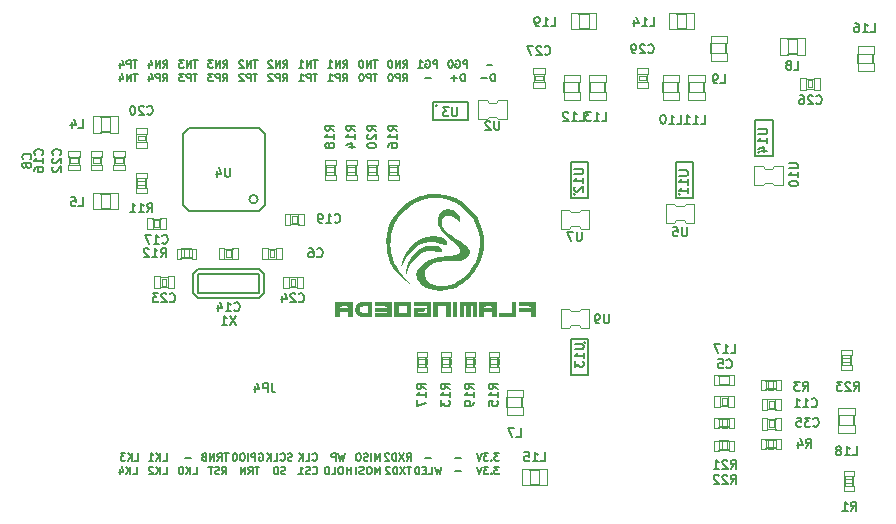
<source format=gbo>
G04 (created by PCBNEW (2013-07-07 BZR 4022)-stable) date 2014/5/16 16:00:16*
%MOIN*%
G04 Gerber Fmt 3.4, Leading zero omitted, Abs format*
%FSLAX34Y34*%
G01*
G70*
G90*
G04 APERTURE LIST*
%ADD10C,0.00590551*%
%ADD11C,0.005*%
%ADD12C,0.0026*%
%ADD13C,0.006*%
%ADD14C,0.004*%
%ADD15C,0.0001*%
%ADD16C,0.0019685*%
G04 APERTURE END LIST*
G54D10*
G54D11*
X69321Y-22101D02*
X69178Y-22101D01*
X69250Y-22351D02*
X69250Y-22101D01*
X69095Y-22351D02*
X69095Y-22101D01*
X68952Y-22351D01*
X68952Y-22101D01*
X68726Y-22184D02*
X68726Y-22351D01*
X68785Y-22089D02*
X68845Y-22267D01*
X68690Y-22267D01*
X69315Y-21651D02*
X69172Y-21651D01*
X69244Y-21901D02*
X69244Y-21651D01*
X69089Y-21901D02*
X69089Y-21651D01*
X68994Y-21651D01*
X68970Y-21663D01*
X68958Y-21675D01*
X68946Y-21698D01*
X68946Y-21734D01*
X68958Y-21758D01*
X68970Y-21770D01*
X68994Y-21782D01*
X69089Y-21782D01*
X68732Y-21734D02*
X68732Y-21901D01*
X68791Y-21639D02*
X68851Y-21817D01*
X68696Y-21817D01*
X70166Y-22351D02*
X70250Y-22232D01*
X70309Y-22351D02*
X70309Y-22101D01*
X70214Y-22101D01*
X70190Y-22113D01*
X70178Y-22125D01*
X70166Y-22148D01*
X70166Y-22184D01*
X70178Y-22208D01*
X70190Y-22220D01*
X70214Y-22232D01*
X70309Y-22232D01*
X70059Y-22351D02*
X70059Y-22101D01*
X69964Y-22101D01*
X69940Y-22113D01*
X69928Y-22125D01*
X69916Y-22148D01*
X69916Y-22184D01*
X69928Y-22208D01*
X69940Y-22220D01*
X69964Y-22232D01*
X70059Y-22232D01*
X69702Y-22184D02*
X69702Y-22351D01*
X69761Y-22089D02*
X69821Y-22267D01*
X69666Y-22267D01*
X70172Y-21901D02*
X70255Y-21782D01*
X70315Y-21901D02*
X70315Y-21651D01*
X70220Y-21651D01*
X70196Y-21663D01*
X70184Y-21675D01*
X70172Y-21698D01*
X70172Y-21734D01*
X70184Y-21758D01*
X70196Y-21770D01*
X70220Y-21782D01*
X70315Y-21782D01*
X70065Y-21901D02*
X70065Y-21651D01*
X69922Y-21901D01*
X69922Y-21651D01*
X69696Y-21734D02*
X69696Y-21901D01*
X69755Y-21639D02*
X69815Y-21817D01*
X69660Y-21817D01*
X71315Y-22101D02*
X71172Y-22101D01*
X71244Y-22351D02*
X71244Y-22101D01*
X71089Y-22351D02*
X71089Y-22101D01*
X70994Y-22101D01*
X70970Y-22113D01*
X70958Y-22125D01*
X70946Y-22148D01*
X70946Y-22184D01*
X70958Y-22208D01*
X70970Y-22220D01*
X70994Y-22232D01*
X71089Y-22232D01*
X70863Y-22101D02*
X70708Y-22101D01*
X70791Y-22196D01*
X70755Y-22196D01*
X70732Y-22208D01*
X70720Y-22220D01*
X70708Y-22244D01*
X70708Y-22303D01*
X70720Y-22327D01*
X70732Y-22339D01*
X70755Y-22351D01*
X70827Y-22351D01*
X70851Y-22339D01*
X70863Y-22327D01*
X71321Y-21651D02*
X71178Y-21651D01*
X71250Y-21901D02*
X71250Y-21651D01*
X71095Y-21901D02*
X71095Y-21651D01*
X70952Y-21901D01*
X70952Y-21651D01*
X70857Y-21651D02*
X70702Y-21651D01*
X70785Y-21746D01*
X70750Y-21746D01*
X70726Y-21758D01*
X70714Y-21770D01*
X70702Y-21794D01*
X70702Y-21853D01*
X70714Y-21877D01*
X70726Y-21889D01*
X70750Y-21901D01*
X70821Y-21901D01*
X70845Y-21889D01*
X70857Y-21877D01*
X72166Y-22351D02*
X72250Y-22232D01*
X72309Y-22351D02*
X72309Y-22101D01*
X72214Y-22101D01*
X72190Y-22113D01*
X72178Y-22125D01*
X72166Y-22148D01*
X72166Y-22184D01*
X72178Y-22208D01*
X72190Y-22220D01*
X72214Y-22232D01*
X72309Y-22232D01*
X72059Y-22351D02*
X72059Y-22101D01*
X71964Y-22101D01*
X71940Y-22113D01*
X71928Y-22125D01*
X71916Y-22148D01*
X71916Y-22184D01*
X71928Y-22208D01*
X71940Y-22220D01*
X71964Y-22232D01*
X72059Y-22232D01*
X71833Y-22101D02*
X71678Y-22101D01*
X71761Y-22196D01*
X71726Y-22196D01*
X71702Y-22208D01*
X71690Y-22220D01*
X71678Y-22244D01*
X71678Y-22303D01*
X71690Y-22327D01*
X71702Y-22339D01*
X71726Y-22351D01*
X71797Y-22351D01*
X71821Y-22339D01*
X71833Y-22327D01*
X72172Y-21901D02*
X72255Y-21782D01*
X72315Y-21901D02*
X72315Y-21651D01*
X72220Y-21651D01*
X72196Y-21663D01*
X72184Y-21675D01*
X72172Y-21698D01*
X72172Y-21734D01*
X72184Y-21758D01*
X72196Y-21770D01*
X72220Y-21782D01*
X72315Y-21782D01*
X72065Y-21901D02*
X72065Y-21651D01*
X71922Y-21901D01*
X71922Y-21651D01*
X71827Y-21651D02*
X71672Y-21651D01*
X71755Y-21746D01*
X71720Y-21746D01*
X71696Y-21758D01*
X71684Y-21770D01*
X71672Y-21794D01*
X71672Y-21853D01*
X71684Y-21877D01*
X71696Y-21889D01*
X71720Y-21901D01*
X71791Y-21901D01*
X71815Y-21889D01*
X71827Y-21877D01*
X73315Y-22101D02*
X73172Y-22101D01*
X73244Y-22351D02*
X73244Y-22101D01*
X73089Y-22351D02*
X73089Y-22101D01*
X72994Y-22101D01*
X72970Y-22113D01*
X72958Y-22125D01*
X72946Y-22148D01*
X72946Y-22184D01*
X72958Y-22208D01*
X72970Y-22220D01*
X72994Y-22232D01*
X73089Y-22232D01*
X72851Y-22125D02*
X72839Y-22113D01*
X72815Y-22101D01*
X72755Y-22101D01*
X72732Y-22113D01*
X72720Y-22125D01*
X72708Y-22148D01*
X72708Y-22172D01*
X72720Y-22208D01*
X72863Y-22351D01*
X72708Y-22351D01*
X73321Y-21651D02*
X73178Y-21651D01*
X73250Y-21901D02*
X73250Y-21651D01*
X73095Y-21901D02*
X73095Y-21651D01*
X72952Y-21901D01*
X72952Y-21651D01*
X72845Y-21675D02*
X72833Y-21663D01*
X72809Y-21651D01*
X72750Y-21651D01*
X72726Y-21663D01*
X72714Y-21675D01*
X72702Y-21698D01*
X72702Y-21722D01*
X72714Y-21758D01*
X72857Y-21901D01*
X72702Y-21901D01*
X74166Y-22351D02*
X74250Y-22232D01*
X74309Y-22351D02*
X74309Y-22101D01*
X74214Y-22101D01*
X74190Y-22113D01*
X74178Y-22125D01*
X74166Y-22148D01*
X74166Y-22184D01*
X74178Y-22208D01*
X74190Y-22220D01*
X74214Y-22232D01*
X74309Y-22232D01*
X74059Y-22351D02*
X74059Y-22101D01*
X73964Y-22101D01*
X73940Y-22113D01*
X73928Y-22125D01*
X73916Y-22148D01*
X73916Y-22184D01*
X73928Y-22208D01*
X73940Y-22220D01*
X73964Y-22232D01*
X74059Y-22232D01*
X73821Y-22125D02*
X73809Y-22113D01*
X73785Y-22101D01*
X73726Y-22101D01*
X73702Y-22113D01*
X73690Y-22125D01*
X73678Y-22148D01*
X73678Y-22172D01*
X73690Y-22208D01*
X73833Y-22351D01*
X73678Y-22351D01*
X74172Y-21901D02*
X74255Y-21782D01*
X74315Y-21901D02*
X74315Y-21651D01*
X74220Y-21651D01*
X74196Y-21663D01*
X74184Y-21675D01*
X74172Y-21698D01*
X74172Y-21734D01*
X74184Y-21758D01*
X74196Y-21770D01*
X74220Y-21782D01*
X74315Y-21782D01*
X74065Y-21901D02*
X74065Y-21651D01*
X73922Y-21901D01*
X73922Y-21651D01*
X73815Y-21675D02*
X73803Y-21663D01*
X73779Y-21651D01*
X73720Y-21651D01*
X73696Y-21663D01*
X73684Y-21675D01*
X73672Y-21698D01*
X73672Y-21722D01*
X73684Y-21758D01*
X73827Y-21901D01*
X73672Y-21901D01*
X75315Y-22101D02*
X75172Y-22101D01*
X75244Y-22351D02*
X75244Y-22101D01*
X75089Y-22351D02*
X75089Y-22101D01*
X74994Y-22101D01*
X74970Y-22113D01*
X74958Y-22125D01*
X74946Y-22148D01*
X74946Y-22184D01*
X74958Y-22208D01*
X74970Y-22220D01*
X74994Y-22232D01*
X75089Y-22232D01*
X74708Y-22351D02*
X74851Y-22351D01*
X74779Y-22351D02*
X74779Y-22101D01*
X74803Y-22136D01*
X74827Y-22160D01*
X74851Y-22172D01*
X75321Y-21651D02*
X75178Y-21651D01*
X75250Y-21901D02*
X75250Y-21651D01*
X75095Y-21901D02*
X75095Y-21651D01*
X74952Y-21901D01*
X74952Y-21651D01*
X74702Y-21901D02*
X74845Y-21901D01*
X74773Y-21901D02*
X74773Y-21651D01*
X74797Y-21686D01*
X74821Y-21710D01*
X74845Y-21722D01*
X76166Y-22351D02*
X76250Y-22232D01*
X76309Y-22351D02*
X76309Y-22101D01*
X76214Y-22101D01*
X76190Y-22113D01*
X76178Y-22125D01*
X76166Y-22148D01*
X76166Y-22184D01*
X76178Y-22208D01*
X76190Y-22220D01*
X76214Y-22232D01*
X76309Y-22232D01*
X76059Y-22351D02*
X76059Y-22101D01*
X75964Y-22101D01*
X75940Y-22113D01*
X75928Y-22125D01*
X75916Y-22148D01*
X75916Y-22184D01*
X75928Y-22208D01*
X75940Y-22220D01*
X75964Y-22232D01*
X76059Y-22232D01*
X75678Y-22351D02*
X75821Y-22351D01*
X75750Y-22351D02*
X75750Y-22101D01*
X75773Y-22136D01*
X75797Y-22160D01*
X75821Y-22172D01*
X76172Y-21901D02*
X76255Y-21782D01*
X76315Y-21901D02*
X76315Y-21651D01*
X76220Y-21651D01*
X76196Y-21663D01*
X76184Y-21675D01*
X76172Y-21698D01*
X76172Y-21734D01*
X76184Y-21758D01*
X76196Y-21770D01*
X76220Y-21782D01*
X76315Y-21782D01*
X76065Y-21901D02*
X76065Y-21651D01*
X75922Y-21901D01*
X75922Y-21651D01*
X75672Y-21901D02*
X75815Y-21901D01*
X75744Y-21901D02*
X75744Y-21651D01*
X75767Y-21686D01*
X75791Y-21710D01*
X75815Y-21722D01*
X77315Y-22101D02*
X77172Y-22101D01*
X77244Y-22351D02*
X77244Y-22101D01*
X77089Y-22351D02*
X77089Y-22101D01*
X76994Y-22101D01*
X76970Y-22113D01*
X76958Y-22125D01*
X76946Y-22148D01*
X76946Y-22184D01*
X76958Y-22208D01*
X76970Y-22220D01*
X76994Y-22232D01*
X77089Y-22232D01*
X76791Y-22101D02*
X76767Y-22101D01*
X76744Y-22113D01*
X76732Y-22125D01*
X76720Y-22148D01*
X76708Y-22196D01*
X76708Y-22255D01*
X76720Y-22303D01*
X76732Y-22327D01*
X76744Y-22339D01*
X76767Y-22351D01*
X76791Y-22351D01*
X76815Y-22339D01*
X76827Y-22327D01*
X76839Y-22303D01*
X76851Y-22255D01*
X76851Y-22196D01*
X76839Y-22148D01*
X76827Y-22125D01*
X76815Y-22113D01*
X76791Y-22101D01*
X77321Y-21651D02*
X77178Y-21651D01*
X77250Y-21901D02*
X77250Y-21651D01*
X77095Y-21901D02*
X77095Y-21651D01*
X76952Y-21901D01*
X76952Y-21651D01*
X76785Y-21651D02*
X76761Y-21651D01*
X76738Y-21663D01*
X76726Y-21675D01*
X76714Y-21698D01*
X76702Y-21746D01*
X76702Y-21805D01*
X76714Y-21853D01*
X76726Y-21877D01*
X76738Y-21889D01*
X76761Y-21901D01*
X76785Y-21901D01*
X76809Y-21889D01*
X76821Y-21877D01*
X76833Y-21853D01*
X76845Y-21805D01*
X76845Y-21746D01*
X76833Y-21698D01*
X76821Y-21675D01*
X76809Y-21663D01*
X76785Y-21651D01*
X78166Y-22351D02*
X78250Y-22232D01*
X78309Y-22351D02*
X78309Y-22101D01*
X78214Y-22101D01*
X78190Y-22113D01*
X78178Y-22125D01*
X78166Y-22148D01*
X78166Y-22184D01*
X78178Y-22208D01*
X78190Y-22220D01*
X78214Y-22232D01*
X78309Y-22232D01*
X78059Y-22351D02*
X78059Y-22101D01*
X77964Y-22101D01*
X77940Y-22113D01*
X77928Y-22125D01*
X77916Y-22148D01*
X77916Y-22184D01*
X77928Y-22208D01*
X77940Y-22220D01*
X77964Y-22232D01*
X78059Y-22232D01*
X77761Y-22101D02*
X77738Y-22101D01*
X77714Y-22113D01*
X77702Y-22125D01*
X77690Y-22148D01*
X77678Y-22196D01*
X77678Y-22255D01*
X77690Y-22303D01*
X77702Y-22327D01*
X77714Y-22339D01*
X77738Y-22351D01*
X77761Y-22351D01*
X77785Y-22339D01*
X77797Y-22327D01*
X77809Y-22303D01*
X77821Y-22255D01*
X77821Y-22196D01*
X77809Y-22148D01*
X77797Y-22125D01*
X77785Y-22113D01*
X77761Y-22101D01*
X78172Y-21901D02*
X78255Y-21782D01*
X78315Y-21901D02*
X78315Y-21651D01*
X78220Y-21651D01*
X78196Y-21663D01*
X78184Y-21675D01*
X78172Y-21698D01*
X78172Y-21734D01*
X78184Y-21758D01*
X78196Y-21770D01*
X78220Y-21782D01*
X78315Y-21782D01*
X78065Y-21901D02*
X78065Y-21651D01*
X77922Y-21901D01*
X77922Y-21651D01*
X77755Y-21651D02*
X77732Y-21651D01*
X77708Y-21663D01*
X77696Y-21675D01*
X77684Y-21698D01*
X77672Y-21746D01*
X77672Y-21805D01*
X77684Y-21853D01*
X77696Y-21877D01*
X77708Y-21889D01*
X77732Y-21901D01*
X77755Y-21901D01*
X77779Y-21889D01*
X77791Y-21877D01*
X77803Y-21853D01*
X77815Y-21805D01*
X77815Y-21746D01*
X77803Y-21698D01*
X77791Y-21675D01*
X77779Y-21663D01*
X77755Y-21651D01*
X79095Y-22255D02*
X78904Y-22255D01*
X79309Y-21901D02*
X79309Y-21651D01*
X79214Y-21651D01*
X79190Y-21663D01*
X79178Y-21675D01*
X79166Y-21698D01*
X79166Y-21734D01*
X79178Y-21758D01*
X79190Y-21770D01*
X79214Y-21782D01*
X79309Y-21782D01*
X78928Y-21663D02*
X78952Y-21651D01*
X78988Y-21651D01*
X79023Y-21663D01*
X79047Y-21686D01*
X79059Y-21710D01*
X79071Y-21758D01*
X79071Y-21794D01*
X79059Y-21841D01*
X79047Y-21865D01*
X79023Y-21889D01*
X78988Y-21901D01*
X78964Y-21901D01*
X78928Y-21889D01*
X78916Y-21877D01*
X78916Y-21794D01*
X78964Y-21794D01*
X78678Y-21901D02*
X78821Y-21901D01*
X78750Y-21901D02*
X78750Y-21651D01*
X78773Y-21686D01*
X78797Y-21710D01*
X78821Y-21722D01*
X80309Y-21901D02*
X80309Y-21651D01*
X80214Y-21651D01*
X80190Y-21663D01*
X80178Y-21675D01*
X80166Y-21698D01*
X80166Y-21734D01*
X80178Y-21758D01*
X80190Y-21770D01*
X80214Y-21782D01*
X80309Y-21782D01*
X79928Y-21663D02*
X79952Y-21651D01*
X79988Y-21651D01*
X80023Y-21663D01*
X80047Y-21686D01*
X80059Y-21710D01*
X80071Y-21758D01*
X80071Y-21794D01*
X80059Y-21841D01*
X80047Y-21865D01*
X80023Y-21889D01*
X79988Y-21901D01*
X79964Y-21901D01*
X79928Y-21889D01*
X79916Y-21877D01*
X79916Y-21794D01*
X79964Y-21794D01*
X79761Y-21651D02*
X79738Y-21651D01*
X79714Y-21663D01*
X79702Y-21675D01*
X79690Y-21698D01*
X79678Y-21746D01*
X79678Y-21805D01*
X79690Y-21853D01*
X79702Y-21877D01*
X79714Y-21889D01*
X79738Y-21901D01*
X79761Y-21901D01*
X79785Y-21889D01*
X79797Y-21877D01*
X79809Y-21853D01*
X79821Y-21805D01*
X79821Y-21746D01*
X79809Y-21698D01*
X79797Y-21675D01*
X79785Y-21663D01*
X79761Y-21651D01*
X80220Y-22351D02*
X80220Y-22101D01*
X80160Y-22101D01*
X80125Y-22113D01*
X80101Y-22136D01*
X80089Y-22160D01*
X80077Y-22208D01*
X80077Y-22244D01*
X80089Y-22291D01*
X80101Y-22315D01*
X80125Y-22339D01*
X80160Y-22351D01*
X80220Y-22351D01*
X79970Y-22255D02*
X79779Y-22255D01*
X79875Y-22351D02*
X79875Y-22160D01*
X81220Y-22351D02*
X81220Y-22101D01*
X81160Y-22101D01*
X81125Y-22113D01*
X81101Y-22136D01*
X81089Y-22160D01*
X81077Y-22208D01*
X81077Y-22244D01*
X81089Y-22291D01*
X81101Y-22315D01*
X81125Y-22339D01*
X81160Y-22351D01*
X81220Y-22351D01*
X80970Y-22255D02*
X80779Y-22255D01*
X81145Y-21805D02*
X80954Y-21805D01*
X69166Y-35451D02*
X69285Y-35451D01*
X69285Y-35201D01*
X69083Y-35451D02*
X69083Y-35201D01*
X68940Y-35451D02*
X69047Y-35308D01*
X68940Y-35201D02*
X69083Y-35344D01*
X68726Y-35284D02*
X68726Y-35451D01*
X68785Y-35189D02*
X68845Y-35367D01*
X68690Y-35367D01*
X69216Y-35001D02*
X69335Y-35001D01*
X69335Y-34751D01*
X69133Y-35001D02*
X69133Y-34751D01*
X68990Y-35001D02*
X69097Y-34858D01*
X68990Y-34751D02*
X69133Y-34894D01*
X68907Y-34751D02*
X68752Y-34751D01*
X68835Y-34846D01*
X68800Y-34846D01*
X68776Y-34858D01*
X68764Y-34870D01*
X68752Y-34894D01*
X68752Y-34953D01*
X68764Y-34977D01*
X68776Y-34989D01*
X68800Y-35001D01*
X68871Y-35001D01*
X68895Y-34989D01*
X68907Y-34977D01*
X70166Y-35451D02*
X70285Y-35451D01*
X70285Y-35201D01*
X70083Y-35451D02*
X70083Y-35201D01*
X69940Y-35451D02*
X70047Y-35308D01*
X69940Y-35201D02*
X70083Y-35344D01*
X69845Y-35225D02*
X69833Y-35213D01*
X69809Y-35201D01*
X69750Y-35201D01*
X69726Y-35213D01*
X69714Y-35225D01*
X69702Y-35248D01*
X69702Y-35272D01*
X69714Y-35308D01*
X69857Y-35451D01*
X69702Y-35451D01*
X70166Y-35001D02*
X70285Y-35001D01*
X70285Y-34751D01*
X70083Y-35001D02*
X70083Y-34751D01*
X69940Y-35001D02*
X70047Y-34858D01*
X69940Y-34751D02*
X70083Y-34894D01*
X69702Y-35001D02*
X69845Y-35001D01*
X69773Y-35001D02*
X69773Y-34751D01*
X69797Y-34786D01*
X69821Y-34810D01*
X69845Y-34822D01*
X71166Y-35451D02*
X71285Y-35451D01*
X71285Y-35201D01*
X71083Y-35451D02*
X71083Y-35201D01*
X70940Y-35451D02*
X71047Y-35308D01*
X70940Y-35201D02*
X71083Y-35344D01*
X70785Y-35201D02*
X70761Y-35201D01*
X70738Y-35213D01*
X70726Y-35225D01*
X70714Y-35248D01*
X70702Y-35296D01*
X70702Y-35355D01*
X70714Y-35403D01*
X70726Y-35427D01*
X70738Y-35439D01*
X70761Y-35451D01*
X70785Y-35451D01*
X70809Y-35439D01*
X70821Y-35427D01*
X70833Y-35403D01*
X70845Y-35355D01*
X70845Y-35296D01*
X70833Y-35248D01*
X70821Y-35225D01*
X70809Y-35213D01*
X70785Y-35201D01*
X71095Y-34905D02*
X70904Y-34905D01*
X72136Y-35451D02*
X72220Y-35332D01*
X72279Y-35451D02*
X72279Y-35201D01*
X72184Y-35201D01*
X72160Y-35213D01*
X72148Y-35225D01*
X72136Y-35248D01*
X72136Y-35284D01*
X72148Y-35308D01*
X72160Y-35320D01*
X72184Y-35332D01*
X72279Y-35332D01*
X72041Y-35439D02*
X72005Y-35451D01*
X71946Y-35451D01*
X71922Y-35439D01*
X71910Y-35427D01*
X71898Y-35403D01*
X71898Y-35379D01*
X71910Y-35355D01*
X71922Y-35344D01*
X71946Y-35332D01*
X71994Y-35320D01*
X72017Y-35308D01*
X72029Y-35296D01*
X72041Y-35272D01*
X72041Y-35248D01*
X72029Y-35225D01*
X72017Y-35213D01*
X71994Y-35201D01*
X71934Y-35201D01*
X71898Y-35213D01*
X71827Y-35201D02*
X71684Y-35201D01*
X71755Y-35451D02*
X71755Y-35201D01*
X72352Y-34751D02*
X72209Y-34751D01*
X72280Y-35001D02*
X72280Y-34751D01*
X71983Y-35001D02*
X72066Y-34882D01*
X72126Y-35001D02*
X72126Y-34751D01*
X72030Y-34751D01*
X72007Y-34763D01*
X71995Y-34775D01*
X71983Y-34798D01*
X71983Y-34834D01*
X71995Y-34858D01*
X72007Y-34870D01*
X72030Y-34882D01*
X72126Y-34882D01*
X71876Y-35001D02*
X71876Y-34751D01*
X71733Y-35001D01*
X71733Y-34751D01*
X71530Y-34870D02*
X71495Y-34882D01*
X71483Y-34894D01*
X71471Y-34917D01*
X71471Y-34953D01*
X71483Y-34977D01*
X71495Y-34989D01*
X71519Y-35001D01*
X71614Y-35001D01*
X71614Y-34751D01*
X71530Y-34751D01*
X71507Y-34763D01*
X71495Y-34775D01*
X71483Y-34798D01*
X71483Y-34822D01*
X71495Y-34846D01*
X71507Y-34858D01*
X71530Y-34870D01*
X71614Y-34870D01*
X73377Y-35201D02*
X73234Y-35201D01*
X73305Y-35451D02*
X73305Y-35201D01*
X73008Y-35451D02*
X73091Y-35332D01*
X73151Y-35451D02*
X73151Y-35201D01*
X73055Y-35201D01*
X73032Y-35213D01*
X73020Y-35225D01*
X73008Y-35248D01*
X73008Y-35284D01*
X73020Y-35308D01*
X73032Y-35320D01*
X73055Y-35332D01*
X73151Y-35332D01*
X72901Y-35451D02*
X72901Y-35201D01*
X72758Y-35451D01*
X72758Y-35201D01*
X73369Y-34763D02*
X73392Y-34751D01*
X73428Y-34751D01*
X73464Y-34763D01*
X73488Y-34786D01*
X73500Y-34810D01*
X73511Y-34858D01*
X73511Y-34894D01*
X73500Y-34941D01*
X73488Y-34965D01*
X73464Y-34989D01*
X73428Y-35001D01*
X73404Y-35001D01*
X73369Y-34989D01*
X73357Y-34977D01*
X73357Y-34894D01*
X73404Y-34894D01*
X73250Y-35001D02*
X73250Y-34751D01*
X73154Y-34751D01*
X73130Y-34763D01*
X73119Y-34775D01*
X73107Y-34798D01*
X73107Y-34834D01*
X73119Y-34858D01*
X73130Y-34870D01*
X73154Y-34882D01*
X73250Y-34882D01*
X73000Y-35001D02*
X73000Y-34751D01*
X72833Y-34751D02*
X72785Y-34751D01*
X72761Y-34763D01*
X72738Y-34786D01*
X72726Y-34834D01*
X72726Y-34917D01*
X72738Y-34965D01*
X72761Y-34989D01*
X72785Y-35001D01*
X72833Y-35001D01*
X72857Y-34989D01*
X72880Y-34965D01*
X72892Y-34917D01*
X72892Y-34834D01*
X72880Y-34786D01*
X72857Y-34763D01*
X72833Y-34751D01*
X72571Y-34751D02*
X72547Y-34751D01*
X72523Y-34763D01*
X72511Y-34775D01*
X72500Y-34798D01*
X72488Y-34846D01*
X72488Y-34905D01*
X72500Y-34953D01*
X72511Y-34977D01*
X72523Y-34989D01*
X72547Y-35001D01*
X72571Y-35001D01*
X72595Y-34989D01*
X72607Y-34977D01*
X72619Y-34953D01*
X72630Y-34905D01*
X72630Y-34846D01*
X72619Y-34798D01*
X72607Y-34775D01*
X72595Y-34763D01*
X72571Y-34751D01*
X74246Y-35439D02*
X74210Y-35451D01*
X74151Y-35451D01*
X74127Y-35439D01*
X74115Y-35427D01*
X74103Y-35403D01*
X74103Y-35379D01*
X74115Y-35355D01*
X74127Y-35344D01*
X74151Y-35332D01*
X74198Y-35320D01*
X74222Y-35308D01*
X74234Y-35296D01*
X74246Y-35272D01*
X74246Y-35248D01*
X74234Y-35225D01*
X74222Y-35213D01*
X74198Y-35201D01*
X74139Y-35201D01*
X74103Y-35213D01*
X73996Y-35451D02*
X73996Y-35201D01*
X73936Y-35201D01*
X73901Y-35213D01*
X73877Y-35236D01*
X73865Y-35260D01*
X73853Y-35308D01*
X73853Y-35344D01*
X73865Y-35391D01*
X73877Y-35415D01*
X73901Y-35439D01*
X73936Y-35451D01*
X73996Y-35451D01*
X74472Y-34989D02*
X74436Y-35001D01*
X74377Y-35001D01*
X74353Y-34989D01*
X74341Y-34977D01*
X74329Y-34953D01*
X74329Y-34929D01*
X74341Y-34905D01*
X74353Y-34894D01*
X74377Y-34882D01*
X74425Y-34870D01*
X74448Y-34858D01*
X74460Y-34846D01*
X74472Y-34822D01*
X74472Y-34798D01*
X74460Y-34775D01*
X74448Y-34763D01*
X74425Y-34751D01*
X74365Y-34751D01*
X74329Y-34763D01*
X74079Y-34977D02*
X74091Y-34989D01*
X74127Y-35001D01*
X74151Y-35001D01*
X74186Y-34989D01*
X74210Y-34965D01*
X74222Y-34941D01*
X74234Y-34894D01*
X74234Y-34858D01*
X74222Y-34810D01*
X74210Y-34786D01*
X74186Y-34763D01*
X74151Y-34751D01*
X74127Y-34751D01*
X74091Y-34763D01*
X74079Y-34775D01*
X73853Y-35001D02*
X73972Y-35001D01*
X73972Y-34751D01*
X73770Y-35001D02*
X73770Y-34751D01*
X73627Y-35001D02*
X73734Y-34858D01*
X73627Y-34751D02*
X73770Y-34894D01*
X75160Y-35427D02*
X75172Y-35439D01*
X75208Y-35451D01*
X75232Y-35451D01*
X75267Y-35439D01*
X75291Y-35415D01*
X75303Y-35391D01*
X75315Y-35344D01*
X75315Y-35308D01*
X75303Y-35260D01*
X75291Y-35236D01*
X75267Y-35213D01*
X75232Y-35201D01*
X75208Y-35201D01*
X75172Y-35213D01*
X75160Y-35225D01*
X75065Y-35439D02*
X75029Y-35451D01*
X74970Y-35451D01*
X74946Y-35439D01*
X74934Y-35427D01*
X74922Y-35403D01*
X74922Y-35379D01*
X74934Y-35355D01*
X74946Y-35344D01*
X74970Y-35332D01*
X75017Y-35320D01*
X75041Y-35308D01*
X75053Y-35296D01*
X75065Y-35272D01*
X75065Y-35248D01*
X75053Y-35225D01*
X75041Y-35213D01*
X75017Y-35201D01*
X74958Y-35201D01*
X74922Y-35213D01*
X74684Y-35451D02*
X74827Y-35451D01*
X74755Y-35451D02*
X74755Y-35201D01*
X74779Y-35236D01*
X74803Y-35260D01*
X74827Y-35272D01*
X75148Y-34977D02*
X75160Y-34989D01*
X75196Y-35001D01*
X75220Y-35001D01*
X75255Y-34989D01*
X75279Y-34965D01*
X75291Y-34941D01*
X75303Y-34894D01*
X75303Y-34858D01*
X75291Y-34810D01*
X75279Y-34786D01*
X75255Y-34763D01*
X75220Y-34751D01*
X75196Y-34751D01*
X75160Y-34763D01*
X75148Y-34775D01*
X74922Y-35001D02*
X75041Y-35001D01*
X75041Y-34751D01*
X74839Y-35001D02*
X74839Y-34751D01*
X74696Y-35001D02*
X74803Y-34858D01*
X74696Y-34751D02*
X74839Y-34894D01*
X76428Y-35451D02*
X76428Y-35201D01*
X76428Y-35320D02*
X76285Y-35320D01*
X76285Y-35451D02*
X76285Y-35201D01*
X76119Y-35201D02*
X76071Y-35201D01*
X76047Y-35213D01*
X76023Y-35236D01*
X76011Y-35284D01*
X76011Y-35367D01*
X76023Y-35415D01*
X76047Y-35439D01*
X76071Y-35451D01*
X76119Y-35451D01*
X76142Y-35439D01*
X76166Y-35415D01*
X76178Y-35367D01*
X76178Y-35284D01*
X76166Y-35236D01*
X76142Y-35213D01*
X76119Y-35201D01*
X75785Y-35451D02*
X75904Y-35451D01*
X75904Y-35201D01*
X75702Y-35451D02*
X75702Y-35201D01*
X75642Y-35201D01*
X75607Y-35213D01*
X75583Y-35236D01*
X75571Y-35260D01*
X75559Y-35308D01*
X75559Y-35344D01*
X75571Y-35391D01*
X75583Y-35415D01*
X75607Y-35439D01*
X75642Y-35451D01*
X75702Y-35451D01*
X76232Y-34751D02*
X76172Y-35001D01*
X76125Y-34822D01*
X76077Y-35001D01*
X76017Y-34751D01*
X75922Y-35001D02*
X75922Y-34751D01*
X75827Y-34751D01*
X75803Y-34763D01*
X75791Y-34775D01*
X75779Y-34798D01*
X75779Y-34834D01*
X75791Y-34858D01*
X75803Y-34870D01*
X75827Y-34882D01*
X75922Y-34882D01*
X77392Y-35451D02*
X77392Y-35201D01*
X77309Y-35379D01*
X77226Y-35201D01*
X77226Y-35451D01*
X77059Y-35201D02*
X77011Y-35201D01*
X76988Y-35213D01*
X76964Y-35236D01*
X76952Y-35284D01*
X76952Y-35367D01*
X76964Y-35415D01*
X76988Y-35439D01*
X77011Y-35451D01*
X77059Y-35451D01*
X77083Y-35439D01*
X77107Y-35415D01*
X77119Y-35367D01*
X77119Y-35284D01*
X77107Y-35236D01*
X77083Y-35213D01*
X77059Y-35201D01*
X76857Y-35439D02*
X76821Y-35451D01*
X76761Y-35451D01*
X76738Y-35439D01*
X76726Y-35427D01*
X76714Y-35403D01*
X76714Y-35379D01*
X76726Y-35355D01*
X76738Y-35344D01*
X76761Y-35332D01*
X76809Y-35320D01*
X76833Y-35308D01*
X76845Y-35296D01*
X76857Y-35272D01*
X76857Y-35248D01*
X76845Y-35225D01*
X76833Y-35213D01*
X76809Y-35201D01*
X76750Y-35201D01*
X76714Y-35213D01*
X76607Y-35451D02*
X76607Y-35201D01*
X78434Y-35201D02*
X78291Y-35201D01*
X78363Y-35451D02*
X78363Y-35201D01*
X78232Y-35201D02*
X78065Y-35451D01*
X78065Y-35201D02*
X78232Y-35451D01*
X77970Y-35451D02*
X77970Y-35201D01*
X77910Y-35201D01*
X77875Y-35213D01*
X77851Y-35236D01*
X77839Y-35260D01*
X77827Y-35308D01*
X77827Y-35344D01*
X77839Y-35391D01*
X77851Y-35415D01*
X77875Y-35439D01*
X77910Y-35451D01*
X77970Y-35451D01*
X77732Y-35225D02*
X77720Y-35213D01*
X77696Y-35201D01*
X77636Y-35201D01*
X77613Y-35213D01*
X77601Y-35225D01*
X77589Y-35248D01*
X77589Y-35272D01*
X77601Y-35308D01*
X77744Y-35451D01*
X77589Y-35451D01*
X78285Y-35001D02*
X78369Y-34882D01*
X78428Y-35001D02*
X78428Y-34751D01*
X78333Y-34751D01*
X78309Y-34763D01*
X78297Y-34775D01*
X78285Y-34798D01*
X78285Y-34834D01*
X78297Y-34858D01*
X78309Y-34870D01*
X78333Y-34882D01*
X78428Y-34882D01*
X78202Y-34751D02*
X78035Y-35001D01*
X78035Y-34751D02*
X78202Y-35001D01*
X77940Y-35001D02*
X77940Y-34751D01*
X77880Y-34751D01*
X77845Y-34763D01*
X77821Y-34786D01*
X77809Y-34810D01*
X77797Y-34858D01*
X77797Y-34894D01*
X77809Y-34941D01*
X77821Y-34965D01*
X77845Y-34989D01*
X77880Y-35001D01*
X77940Y-35001D01*
X77702Y-34775D02*
X77690Y-34763D01*
X77666Y-34751D01*
X77607Y-34751D01*
X77583Y-34763D01*
X77571Y-34775D01*
X77559Y-34798D01*
X77559Y-34822D01*
X77571Y-34858D01*
X77714Y-35001D01*
X77559Y-35001D01*
X79446Y-35201D02*
X79386Y-35451D01*
X79339Y-35272D01*
X79291Y-35451D01*
X79232Y-35201D01*
X79017Y-35451D02*
X79136Y-35451D01*
X79136Y-35201D01*
X78934Y-35320D02*
X78851Y-35320D01*
X78815Y-35451D02*
X78934Y-35451D01*
X78934Y-35201D01*
X78815Y-35201D01*
X78708Y-35451D02*
X78708Y-35201D01*
X78648Y-35201D01*
X78613Y-35213D01*
X78589Y-35236D01*
X78577Y-35260D01*
X78565Y-35308D01*
X78565Y-35344D01*
X78577Y-35391D01*
X78589Y-35415D01*
X78613Y-35439D01*
X78648Y-35451D01*
X78708Y-35451D01*
X79095Y-34905D02*
X78904Y-34905D01*
X80095Y-35355D02*
X79904Y-35355D01*
X80095Y-34905D02*
X79904Y-34905D01*
X81369Y-35201D02*
X81214Y-35201D01*
X81297Y-35296D01*
X81261Y-35296D01*
X81238Y-35308D01*
X81226Y-35320D01*
X81214Y-35344D01*
X81214Y-35403D01*
X81226Y-35427D01*
X81238Y-35439D01*
X81261Y-35451D01*
X81333Y-35451D01*
X81357Y-35439D01*
X81369Y-35427D01*
X81107Y-35427D02*
X81095Y-35439D01*
X81107Y-35451D01*
X81119Y-35439D01*
X81107Y-35427D01*
X81107Y-35451D01*
X81011Y-35201D02*
X80857Y-35201D01*
X80940Y-35296D01*
X80904Y-35296D01*
X80880Y-35308D01*
X80869Y-35320D01*
X80857Y-35344D01*
X80857Y-35403D01*
X80869Y-35427D01*
X80880Y-35439D01*
X80904Y-35451D01*
X80976Y-35451D01*
X81000Y-35439D01*
X81011Y-35427D01*
X80785Y-35201D02*
X80702Y-35451D01*
X80619Y-35201D01*
X81369Y-34751D02*
X81214Y-34751D01*
X81297Y-34846D01*
X81261Y-34846D01*
X81238Y-34858D01*
X81226Y-34870D01*
X81214Y-34894D01*
X81214Y-34953D01*
X81226Y-34977D01*
X81238Y-34989D01*
X81261Y-35001D01*
X81333Y-35001D01*
X81357Y-34989D01*
X81369Y-34977D01*
X81107Y-34977D02*
X81095Y-34989D01*
X81107Y-35001D01*
X81119Y-34989D01*
X81107Y-34977D01*
X81107Y-35001D01*
X81011Y-34751D02*
X80857Y-34751D01*
X80940Y-34846D01*
X80904Y-34846D01*
X80880Y-34858D01*
X80869Y-34870D01*
X80857Y-34894D01*
X80857Y-34953D01*
X80869Y-34977D01*
X80880Y-34989D01*
X80904Y-35001D01*
X80976Y-35001D01*
X81000Y-34989D01*
X81011Y-34977D01*
X80785Y-34751D02*
X80702Y-35001D01*
X80619Y-34751D01*
X77392Y-35001D02*
X77392Y-34751D01*
X77309Y-34929D01*
X77226Y-34751D01*
X77226Y-35001D01*
X77107Y-35001D02*
X77107Y-34751D01*
X77000Y-34989D02*
X76964Y-35001D01*
X76904Y-35001D01*
X76880Y-34989D01*
X76869Y-34977D01*
X76857Y-34953D01*
X76857Y-34929D01*
X76869Y-34905D01*
X76880Y-34894D01*
X76904Y-34882D01*
X76952Y-34870D01*
X76976Y-34858D01*
X76988Y-34846D01*
X77000Y-34822D01*
X77000Y-34798D01*
X76988Y-34775D01*
X76976Y-34763D01*
X76952Y-34751D01*
X76892Y-34751D01*
X76857Y-34763D01*
X76702Y-34751D02*
X76654Y-34751D01*
X76630Y-34763D01*
X76607Y-34786D01*
X76595Y-34834D01*
X76595Y-34917D01*
X76607Y-34965D01*
X76630Y-34989D01*
X76654Y-35001D01*
X76702Y-35001D01*
X76726Y-34989D01*
X76750Y-34965D01*
X76761Y-34917D01*
X76761Y-34834D01*
X76750Y-34786D01*
X76726Y-34763D01*
X76702Y-34751D01*
X67349Y-23921D02*
X67492Y-23921D01*
X67492Y-23621D01*
X67121Y-23721D02*
X67121Y-23921D01*
X67192Y-23607D02*
X67264Y-23821D01*
X67078Y-23821D01*
X67349Y-26521D02*
X67492Y-26521D01*
X67492Y-26221D01*
X67107Y-26221D02*
X67249Y-26221D01*
X67264Y-26364D01*
X67249Y-26350D01*
X67221Y-26335D01*
X67149Y-26335D01*
X67121Y-26350D01*
X67107Y-26364D01*
X67092Y-26392D01*
X67092Y-26464D01*
X67107Y-26492D01*
X67121Y-26507D01*
X67149Y-26521D01*
X67221Y-26521D01*
X67249Y-26507D01*
X67264Y-26492D01*
G54D10*
X73323Y-26284D02*
G75*
G03X73323Y-26284I-139J0D01*
G74*
G01*
X72200Y-23922D02*
X71018Y-23922D01*
X71018Y-23922D02*
X70822Y-24118D01*
X70822Y-24118D02*
X70822Y-26481D01*
X70822Y-26481D02*
X71018Y-26677D01*
X71018Y-26677D02*
X73381Y-26677D01*
X73381Y-26677D02*
X73577Y-26481D01*
X73577Y-26481D02*
X73577Y-24315D01*
X73577Y-24315D02*
X73577Y-24118D01*
X73577Y-24118D02*
X73381Y-23922D01*
X73381Y-23922D02*
X72200Y-23922D01*
G54D12*
X68410Y-26075D02*
X68665Y-26075D01*
X68665Y-26075D02*
X68665Y-26626D01*
X68410Y-26626D02*
X68665Y-26626D01*
X68410Y-26075D02*
X68410Y-26626D01*
X67830Y-26075D02*
X68086Y-26075D01*
X68086Y-26075D02*
X68086Y-26626D01*
X67830Y-26626D02*
X68086Y-26626D01*
X67830Y-26075D02*
X67830Y-26626D01*
G54D13*
X68089Y-26600D02*
X68411Y-26600D01*
X68089Y-26100D02*
X68411Y-26100D01*
G54D12*
X87375Y-22710D02*
X87375Y-22965D01*
X87375Y-22965D02*
X86824Y-22965D01*
X86824Y-22710D02*
X86824Y-22965D01*
X87375Y-22710D02*
X86824Y-22710D01*
X87375Y-22130D02*
X87375Y-22386D01*
X87375Y-22386D02*
X86824Y-22386D01*
X86824Y-22130D02*
X86824Y-22386D01*
X87375Y-22130D02*
X86824Y-22130D01*
G54D13*
X86850Y-22389D02*
X86850Y-22711D01*
X87350Y-22389D02*
X87350Y-22711D01*
G54D12*
X84925Y-22710D02*
X84925Y-22965D01*
X84925Y-22965D02*
X84374Y-22965D01*
X84374Y-22710D02*
X84374Y-22965D01*
X84925Y-22710D02*
X84374Y-22710D01*
X84925Y-22130D02*
X84925Y-22386D01*
X84925Y-22386D02*
X84374Y-22386D01*
X84374Y-22130D02*
X84374Y-22386D01*
X84925Y-22130D02*
X84374Y-22130D01*
G54D13*
X84400Y-22389D02*
X84400Y-22711D01*
X84900Y-22389D02*
X84900Y-22711D01*
G54D12*
X88225Y-22710D02*
X88225Y-22965D01*
X88225Y-22965D02*
X87674Y-22965D01*
X87674Y-22710D02*
X87674Y-22965D01*
X88225Y-22710D02*
X87674Y-22710D01*
X88225Y-22130D02*
X88225Y-22386D01*
X88225Y-22386D02*
X87674Y-22386D01*
X87674Y-22130D02*
X87674Y-22386D01*
X88225Y-22130D02*
X87674Y-22130D01*
G54D13*
X87700Y-22389D02*
X87700Y-22711D01*
X88200Y-22389D02*
X88200Y-22711D01*
G54D12*
X84075Y-22710D02*
X84075Y-22965D01*
X84075Y-22965D02*
X83524Y-22965D01*
X83524Y-22710D02*
X83524Y-22965D01*
X84075Y-22710D02*
X83524Y-22710D01*
X84075Y-22130D02*
X84075Y-22386D01*
X84075Y-22386D02*
X83524Y-22386D01*
X83524Y-22130D02*
X83524Y-22386D01*
X84075Y-22130D02*
X83524Y-22130D01*
G54D13*
X83550Y-22389D02*
X83550Y-22711D01*
X84050Y-22389D02*
X84050Y-22711D01*
G54D12*
X81625Y-32890D02*
X81625Y-32635D01*
X81625Y-32635D02*
X82176Y-32635D01*
X82176Y-32890D02*
X82176Y-32635D01*
X81625Y-32890D02*
X82176Y-32890D01*
X81625Y-33470D02*
X81625Y-33214D01*
X81625Y-33214D02*
X82176Y-33214D01*
X82176Y-33470D02*
X82176Y-33214D01*
X81625Y-33470D02*
X82176Y-33470D01*
G54D13*
X82150Y-33211D02*
X82150Y-32889D01*
X81650Y-33211D02*
X81650Y-32889D01*
G54D12*
X90990Y-21475D02*
X90735Y-21475D01*
X90735Y-21475D02*
X90735Y-20924D01*
X90990Y-20924D02*
X90735Y-20924D01*
X90990Y-21475D02*
X90990Y-20924D01*
X91570Y-21475D02*
X91314Y-21475D01*
X91314Y-21475D02*
X91314Y-20924D01*
X91570Y-20924D02*
X91314Y-20924D01*
X91570Y-21475D02*
X91570Y-20924D01*
G54D13*
X91311Y-20950D02*
X90989Y-20950D01*
X91311Y-21450D02*
X90989Y-21450D01*
G54D12*
X68090Y-24075D02*
X67835Y-24075D01*
X67835Y-24075D02*
X67835Y-23524D01*
X68090Y-23524D02*
X67835Y-23524D01*
X68090Y-24075D02*
X68090Y-23524D01*
X68670Y-24075D02*
X68414Y-24075D01*
X68414Y-24075D02*
X68414Y-23524D01*
X68670Y-23524D02*
X68414Y-23524D01*
X68670Y-24075D02*
X68670Y-23524D01*
G54D13*
X68411Y-23550D02*
X68089Y-23550D01*
X68411Y-24050D02*
X68089Y-24050D01*
G54D12*
X88975Y-21410D02*
X88975Y-21665D01*
X88975Y-21665D02*
X88424Y-21665D01*
X88424Y-21410D02*
X88424Y-21665D01*
X88975Y-21410D02*
X88424Y-21410D01*
X88975Y-20830D02*
X88975Y-21086D01*
X88975Y-21086D02*
X88424Y-21086D01*
X88424Y-20830D02*
X88424Y-21086D01*
X88975Y-20830D02*
X88424Y-20830D01*
G54D13*
X88450Y-21089D02*
X88450Y-21411D01*
X88950Y-21089D02*
X88950Y-21411D01*
G54D12*
X93875Y-21760D02*
X93875Y-22015D01*
X93875Y-22015D02*
X93324Y-22015D01*
X93324Y-21760D02*
X93324Y-22015D01*
X93875Y-21760D02*
X93324Y-21760D01*
X93875Y-21180D02*
X93875Y-21436D01*
X93875Y-21436D02*
X93324Y-21436D01*
X93324Y-21180D02*
X93324Y-21436D01*
X93875Y-21180D02*
X93324Y-21180D01*
G54D13*
X93350Y-21439D02*
X93350Y-21761D01*
X93850Y-21439D02*
X93850Y-21761D01*
G54D12*
X82390Y-35825D02*
X82135Y-35825D01*
X82135Y-35825D02*
X82135Y-35274D01*
X82390Y-35274D02*
X82135Y-35274D01*
X82390Y-35825D02*
X82390Y-35274D01*
X82970Y-35825D02*
X82714Y-35825D01*
X82714Y-35825D02*
X82714Y-35274D01*
X82970Y-35274D02*
X82714Y-35274D01*
X82970Y-35825D02*
X82970Y-35274D01*
G54D13*
X82711Y-35300D02*
X82389Y-35300D01*
X82711Y-35800D02*
X82389Y-35800D01*
G54D12*
X87610Y-20075D02*
X87865Y-20075D01*
X87865Y-20075D02*
X87865Y-20626D01*
X87610Y-20626D02*
X87865Y-20626D01*
X87610Y-20075D02*
X87610Y-20626D01*
X87030Y-20075D02*
X87286Y-20075D01*
X87286Y-20075D02*
X87286Y-20626D01*
X87030Y-20626D02*
X87286Y-20626D01*
X87030Y-20075D02*
X87030Y-20626D01*
G54D13*
X87289Y-20600D02*
X87611Y-20600D01*
X87289Y-20100D02*
X87611Y-20100D01*
G54D12*
X89045Y-32155D02*
X89205Y-32155D01*
X89205Y-32155D02*
X89205Y-32495D01*
X89045Y-32495D02*
X89205Y-32495D01*
X89045Y-32155D02*
X89045Y-32495D01*
X88545Y-32155D02*
X88705Y-32155D01*
X88705Y-32155D02*
X88705Y-32495D01*
X88545Y-32495D02*
X88705Y-32495D01*
X88545Y-32155D02*
X88545Y-32495D01*
G54D13*
X88705Y-32185D02*
X89045Y-32185D01*
X89045Y-32465D02*
X88705Y-32465D01*
G54D12*
X69620Y-25920D02*
X69620Y-26080D01*
X69620Y-26080D02*
X69280Y-26080D01*
X69280Y-25920D02*
X69280Y-26080D01*
X69620Y-25920D02*
X69280Y-25920D01*
X69620Y-25420D02*
X69620Y-25580D01*
X69620Y-25580D02*
X69280Y-25580D01*
X69280Y-25420D02*
X69280Y-25580D01*
X69620Y-25420D02*
X69280Y-25420D01*
X69607Y-25672D02*
X69607Y-25828D01*
X69607Y-25828D02*
X69293Y-25828D01*
X69293Y-25672D02*
X69293Y-25828D01*
X69607Y-25672D02*
X69293Y-25672D01*
G54D13*
X69590Y-25580D02*
X69590Y-25920D01*
X69310Y-25920D02*
X69310Y-25580D01*
G54D12*
X77320Y-25470D02*
X77320Y-25630D01*
X77320Y-25630D02*
X76980Y-25630D01*
X76980Y-25470D02*
X76980Y-25630D01*
X77320Y-25470D02*
X76980Y-25470D01*
X77320Y-24970D02*
X77320Y-25130D01*
X77320Y-25130D02*
X76980Y-25130D01*
X76980Y-24970D02*
X76980Y-25130D01*
X77320Y-24970D02*
X76980Y-24970D01*
X77307Y-25222D02*
X77307Y-25378D01*
X77307Y-25378D02*
X76993Y-25378D01*
X76993Y-25222D02*
X76993Y-25378D01*
X77307Y-25222D02*
X76993Y-25222D01*
G54D13*
X77290Y-25130D02*
X77290Y-25470D01*
X77010Y-25470D02*
X77010Y-25130D01*
G54D12*
X78020Y-25470D02*
X78020Y-25630D01*
X78020Y-25630D02*
X77680Y-25630D01*
X77680Y-25470D02*
X77680Y-25630D01*
X78020Y-25470D02*
X77680Y-25470D01*
X78020Y-24970D02*
X78020Y-25130D01*
X78020Y-25130D02*
X77680Y-25130D01*
X77680Y-24970D02*
X77680Y-25130D01*
X78020Y-24970D02*
X77680Y-24970D01*
X78007Y-25222D02*
X78007Y-25378D01*
X78007Y-25378D02*
X77693Y-25378D01*
X77693Y-25222D02*
X77693Y-25378D01*
X78007Y-25222D02*
X77693Y-25222D01*
G54D13*
X77990Y-25130D02*
X77990Y-25470D01*
X77710Y-25470D02*
X77710Y-25130D01*
G54D12*
X76620Y-25470D02*
X76620Y-25630D01*
X76620Y-25630D02*
X76280Y-25630D01*
X76280Y-25470D02*
X76280Y-25630D01*
X76620Y-25470D02*
X76280Y-25470D01*
X76620Y-24970D02*
X76620Y-25130D01*
X76620Y-25130D02*
X76280Y-25130D01*
X76280Y-24970D02*
X76280Y-25130D01*
X76620Y-24970D02*
X76280Y-24970D01*
X76607Y-25222D02*
X76607Y-25378D01*
X76607Y-25378D02*
X76293Y-25378D01*
X76293Y-25222D02*
X76293Y-25378D01*
X76607Y-25222D02*
X76293Y-25222D01*
G54D13*
X76590Y-25130D02*
X76590Y-25470D01*
X76310Y-25470D02*
X76310Y-25130D01*
G54D12*
X80570Y-31870D02*
X80570Y-32030D01*
X80570Y-32030D02*
X80230Y-32030D01*
X80230Y-31870D02*
X80230Y-32030D01*
X80570Y-31870D02*
X80230Y-31870D01*
X80570Y-31370D02*
X80570Y-31530D01*
X80570Y-31530D02*
X80230Y-31530D01*
X80230Y-31370D02*
X80230Y-31530D01*
X80570Y-31370D02*
X80230Y-31370D01*
X80557Y-31622D02*
X80557Y-31778D01*
X80557Y-31778D02*
X80243Y-31778D01*
X80243Y-31622D02*
X80243Y-31778D01*
X80557Y-31622D02*
X80243Y-31622D01*
G54D13*
X80540Y-31530D02*
X80540Y-31870D01*
X80260Y-31870D02*
X80260Y-31530D01*
G54D12*
X78970Y-31870D02*
X78970Y-32030D01*
X78970Y-32030D02*
X78630Y-32030D01*
X78630Y-31870D02*
X78630Y-32030D01*
X78970Y-31870D02*
X78630Y-31870D01*
X78970Y-31370D02*
X78970Y-31530D01*
X78970Y-31530D02*
X78630Y-31530D01*
X78630Y-31370D02*
X78630Y-31530D01*
X78970Y-31370D02*
X78630Y-31370D01*
X78957Y-31622D02*
X78957Y-31778D01*
X78957Y-31778D02*
X78643Y-31778D01*
X78643Y-31622D02*
X78643Y-31778D01*
X78957Y-31622D02*
X78643Y-31622D01*
G54D13*
X78940Y-31530D02*
X78940Y-31870D01*
X78660Y-31870D02*
X78660Y-31530D01*
G54D12*
X81370Y-31870D02*
X81370Y-32030D01*
X81370Y-32030D02*
X81030Y-32030D01*
X81030Y-31870D02*
X81030Y-32030D01*
X81370Y-31870D02*
X81030Y-31870D01*
X81370Y-31370D02*
X81370Y-31530D01*
X81370Y-31530D02*
X81030Y-31530D01*
X81030Y-31370D02*
X81030Y-31530D01*
X81370Y-31370D02*
X81030Y-31370D01*
X81357Y-31622D02*
X81357Y-31778D01*
X81357Y-31778D02*
X81043Y-31778D01*
X81043Y-31622D02*
X81043Y-31778D01*
X81357Y-31622D02*
X81043Y-31622D01*
G54D13*
X81340Y-31530D02*
X81340Y-31870D01*
X81060Y-31870D02*
X81060Y-31530D01*
G54D12*
X75920Y-25470D02*
X75920Y-25630D01*
X75920Y-25630D02*
X75580Y-25630D01*
X75580Y-25470D02*
X75580Y-25630D01*
X75920Y-25470D02*
X75580Y-25470D01*
X75920Y-24970D02*
X75920Y-25130D01*
X75920Y-25130D02*
X75580Y-25130D01*
X75580Y-24970D02*
X75580Y-25130D01*
X75920Y-24970D02*
X75580Y-24970D01*
X75907Y-25222D02*
X75907Y-25378D01*
X75907Y-25378D02*
X75593Y-25378D01*
X75593Y-25222D02*
X75593Y-25378D01*
X75907Y-25222D02*
X75593Y-25222D01*
G54D13*
X75890Y-25130D02*
X75890Y-25470D01*
X75610Y-25470D02*
X75610Y-25130D01*
G54D12*
X92855Y-35505D02*
X92855Y-35345D01*
X92855Y-35345D02*
X93195Y-35345D01*
X93195Y-35505D02*
X93195Y-35345D01*
X92855Y-35505D02*
X93195Y-35505D01*
X92855Y-36005D02*
X92855Y-35845D01*
X92855Y-35845D02*
X93195Y-35845D01*
X93195Y-36005D02*
X93195Y-35845D01*
X92855Y-36005D02*
X93195Y-36005D01*
X92868Y-35753D02*
X92868Y-35597D01*
X92868Y-35597D02*
X93182Y-35597D01*
X93182Y-35753D02*
X93182Y-35597D01*
X92868Y-35753D02*
X93182Y-35753D01*
G54D13*
X92885Y-35845D02*
X92885Y-35505D01*
X93165Y-35505D02*
X93165Y-35845D01*
G54D12*
X70780Y-28270D02*
X70620Y-28270D01*
X70620Y-28270D02*
X70620Y-27930D01*
X70780Y-27930D02*
X70620Y-27930D01*
X70780Y-28270D02*
X70780Y-27930D01*
X71280Y-28270D02*
X71120Y-28270D01*
X71120Y-28270D02*
X71120Y-27930D01*
X71280Y-27930D02*
X71120Y-27930D01*
X71280Y-28270D02*
X71280Y-27930D01*
X71028Y-28257D02*
X70872Y-28257D01*
X70872Y-28257D02*
X70872Y-27943D01*
X71028Y-27943D02*
X70872Y-27943D01*
X71028Y-28257D02*
X71028Y-27943D01*
G54D13*
X71120Y-28240D02*
X70780Y-28240D01*
X70780Y-27960D02*
X71120Y-27960D01*
G54D12*
X79770Y-31870D02*
X79770Y-32030D01*
X79770Y-32030D02*
X79430Y-32030D01*
X79430Y-31870D02*
X79430Y-32030D01*
X79770Y-31870D02*
X79430Y-31870D01*
X79770Y-31370D02*
X79770Y-31530D01*
X79770Y-31530D02*
X79430Y-31530D01*
X79430Y-31370D02*
X79430Y-31530D01*
X79770Y-31370D02*
X79430Y-31370D01*
X79757Y-31622D02*
X79757Y-31778D01*
X79757Y-31778D02*
X79443Y-31778D01*
X79443Y-31622D02*
X79443Y-31778D01*
X79757Y-31622D02*
X79443Y-31622D01*
G54D13*
X79740Y-31530D02*
X79740Y-31870D01*
X79460Y-31870D02*
X79460Y-31530D01*
G54D10*
X71326Y-29572D02*
X73334Y-29572D01*
X73334Y-29572D02*
X73373Y-29572D01*
X73373Y-29572D02*
X73531Y-29414D01*
X73531Y-29414D02*
X73531Y-28785D01*
X73531Y-28785D02*
X73373Y-28627D01*
X73373Y-28627D02*
X71326Y-28627D01*
X71326Y-28627D02*
X71168Y-28785D01*
X71168Y-28785D02*
X71168Y-29414D01*
X71168Y-29414D02*
X71326Y-29572D01*
X71326Y-29414D02*
X73334Y-29414D01*
X73334Y-29414D02*
X73373Y-29414D01*
X73373Y-29414D02*
X73373Y-28785D01*
X73373Y-28785D02*
X71326Y-28785D01*
X71326Y-28785D02*
X71326Y-29414D01*
G54D12*
X88545Y-32840D02*
X88742Y-32840D01*
X88742Y-32840D02*
X88742Y-33214D01*
X88545Y-33214D02*
X88742Y-33214D01*
X88545Y-32840D02*
X88545Y-33214D01*
X89005Y-32840D02*
X89201Y-32840D01*
X89201Y-32840D02*
X89201Y-33214D01*
X89005Y-33214D02*
X89201Y-33214D01*
X89005Y-32840D02*
X89005Y-33214D01*
X88797Y-32907D02*
X88953Y-32907D01*
X88953Y-32907D02*
X88953Y-33143D01*
X88797Y-33143D02*
X88953Y-33143D01*
X88797Y-32907D02*
X88797Y-33143D01*
G54D14*
X88735Y-33195D02*
X89015Y-33195D01*
X88735Y-32861D02*
X89015Y-32861D01*
G54D12*
X69635Y-23920D02*
X69635Y-24117D01*
X69635Y-24117D02*
X69261Y-24117D01*
X69261Y-23920D02*
X69261Y-24117D01*
X69635Y-23920D02*
X69261Y-23920D01*
X69635Y-24380D02*
X69635Y-24576D01*
X69635Y-24576D02*
X69261Y-24576D01*
X69261Y-24380D02*
X69261Y-24576D01*
X69635Y-24380D02*
X69261Y-24380D01*
X69568Y-24172D02*
X69568Y-24328D01*
X69568Y-24328D02*
X69332Y-24328D01*
X69332Y-24172D02*
X69332Y-24328D01*
X69568Y-24172D02*
X69332Y-24172D01*
G54D14*
X69280Y-24110D02*
X69280Y-24390D01*
X69614Y-24110D02*
X69614Y-24390D01*
G54D12*
X70280Y-27285D02*
X70083Y-27285D01*
X70083Y-27285D02*
X70083Y-26911D01*
X70280Y-26911D02*
X70083Y-26911D01*
X70280Y-27285D02*
X70280Y-26911D01*
X69820Y-27285D02*
X69624Y-27285D01*
X69624Y-27285D02*
X69624Y-26911D01*
X69820Y-26911D02*
X69624Y-26911D01*
X69820Y-27285D02*
X69820Y-26911D01*
X70028Y-27218D02*
X69872Y-27218D01*
X69872Y-27218D02*
X69872Y-26982D01*
X70028Y-26982D02*
X69872Y-26982D01*
X70028Y-27218D02*
X70028Y-26982D01*
G54D14*
X70090Y-26930D02*
X69810Y-26930D01*
X70090Y-27264D02*
X69810Y-27264D01*
G54D12*
X70530Y-29235D02*
X70333Y-29235D01*
X70333Y-29235D02*
X70333Y-28861D01*
X70530Y-28861D02*
X70333Y-28861D01*
X70530Y-29235D02*
X70530Y-28861D01*
X70070Y-29235D02*
X69874Y-29235D01*
X69874Y-29235D02*
X69874Y-28861D01*
X70070Y-28861D02*
X69874Y-28861D01*
X70070Y-29235D02*
X70070Y-28861D01*
X70278Y-29168D02*
X70122Y-29168D01*
X70122Y-29168D02*
X70122Y-28932D01*
X70278Y-28932D02*
X70122Y-28932D01*
X70278Y-29168D02*
X70278Y-28932D01*
G54D14*
X70340Y-28880D02*
X70060Y-28880D01*
X70340Y-29214D02*
X70060Y-29214D01*
G54D12*
X74170Y-28865D02*
X74367Y-28865D01*
X74367Y-28865D02*
X74367Y-29239D01*
X74170Y-29239D02*
X74367Y-29239D01*
X74170Y-28865D02*
X74170Y-29239D01*
X74630Y-28865D02*
X74826Y-28865D01*
X74826Y-28865D02*
X74826Y-29239D01*
X74630Y-29239D02*
X74826Y-29239D01*
X74630Y-28865D02*
X74630Y-29239D01*
X74422Y-28932D02*
X74578Y-28932D01*
X74578Y-28932D02*
X74578Y-29168D01*
X74422Y-29168D02*
X74578Y-29168D01*
X74422Y-28932D02*
X74422Y-29168D01*
G54D14*
X74360Y-29220D02*
X74640Y-29220D01*
X74360Y-28886D02*
X74640Y-28886D01*
G54D12*
X67385Y-24670D02*
X67385Y-24867D01*
X67385Y-24867D02*
X67011Y-24867D01*
X67011Y-24670D02*
X67011Y-24867D01*
X67385Y-24670D02*
X67011Y-24670D01*
X67385Y-25130D02*
X67385Y-25326D01*
X67385Y-25326D02*
X67011Y-25326D01*
X67011Y-25130D02*
X67011Y-25326D01*
X67385Y-25130D02*
X67011Y-25130D01*
X67318Y-24922D02*
X67318Y-25078D01*
X67318Y-25078D02*
X67082Y-25078D01*
X67082Y-24922D02*
X67082Y-25078D01*
X67318Y-24922D02*
X67082Y-24922D01*
G54D14*
X67030Y-24860D02*
X67030Y-25140D01*
X67364Y-24860D02*
X67364Y-25140D01*
G54D12*
X68135Y-24670D02*
X68135Y-24867D01*
X68135Y-24867D02*
X67761Y-24867D01*
X67761Y-24670D02*
X67761Y-24867D01*
X68135Y-24670D02*
X67761Y-24670D01*
X68135Y-25130D02*
X68135Y-25326D01*
X68135Y-25326D02*
X67761Y-25326D01*
X67761Y-25130D02*
X67761Y-25326D01*
X68135Y-25130D02*
X67761Y-25130D01*
X68068Y-24922D02*
X68068Y-25078D01*
X68068Y-25078D02*
X67832Y-25078D01*
X67832Y-24922D02*
X67832Y-25078D01*
X68068Y-24922D02*
X67832Y-24922D01*
G54D14*
X67780Y-24860D02*
X67780Y-25140D01*
X68114Y-24860D02*
X68114Y-25140D01*
G54D12*
X68885Y-24670D02*
X68885Y-24867D01*
X68885Y-24867D02*
X68511Y-24867D01*
X68511Y-24670D02*
X68511Y-24867D01*
X68885Y-24670D02*
X68511Y-24670D01*
X68885Y-25130D02*
X68885Y-25326D01*
X68885Y-25326D02*
X68511Y-25326D01*
X68511Y-25130D02*
X68511Y-25326D01*
X68885Y-25130D02*
X68511Y-25130D01*
X68818Y-24922D02*
X68818Y-25078D01*
X68818Y-25078D02*
X68582Y-25078D01*
X68582Y-24922D02*
X68582Y-25078D01*
X68818Y-24922D02*
X68582Y-24922D01*
G54D14*
X68530Y-24860D02*
X68530Y-25140D01*
X68864Y-24860D02*
X68864Y-25140D01*
G54D12*
X73470Y-27915D02*
X73667Y-27915D01*
X73667Y-27915D02*
X73667Y-28289D01*
X73470Y-28289D02*
X73667Y-28289D01*
X73470Y-27915D02*
X73470Y-28289D01*
X73930Y-27915D02*
X74126Y-27915D01*
X74126Y-27915D02*
X74126Y-28289D01*
X73930Y-28289D02*
X74126Y-28289D01*
X73930Y-27915D02*
X73930Y-28289D01*
X73722Y-27982D02*
X73878Y-27982D01*
X73878Y-27982D02*
X73878Y-28218D01*
X73722Y-28218D02*
X73878Y-28218D01*
X73722Y-27982D02*
X73722Y-28218D01*
G54D14*
X73660Y-28270D02*
X73940Y-28270D01*
X73660Y-27936D02*
X73940Y-27936D01*
G54D12*
X74220Y-26765D02*
X74417Y-26765D01*
X74417Y-26765D02*
X74417Y-27139D01*
X74220Y-27139D02*
X74417Y-27139D01*
X74220Y-26765D02*
X74220Y-27139D01*
X74680Y-26765D02*
X74876Y-26765D01*
X74876Y-26765D02*
X74876Y-27139D01*
X74680Y-27139D02*
X74876Y-27139D01*
X74680Y-26765D02*
X74680Y-27139D01*
X74472Y-26832D02*
X74628Y-26832D01*
X74628Y-26832D02*
X74628Y-27068D01*
X74472Y-27068D02*
X74628Y-27068D01*
X74472Y-26832D02*
X74472Y-27068D01*
G54D14*
X74410Y-27120D02*
X74690Y-27120D01*
X74410Y-26786D02*
X74690Y-26786D01*
G54D12*
X72020Y-27915D02*
X72217Y-27915D01*
X72217Y-27915D02*
X72217Y-28289D01*
X72020Y-28289D02*
X72217Y-28289D01*
X72020Y-27915D02*
X72020Y-28289D01*
X72480Y-27915D02*
X72676Y-27915D01*
X72676Y-27915D02*
X72676Y-28289D01*
X72480Y-28289D02*
X72676Y-28289D01*
X72480Y-27915D02*
X72480Y-28289D01*
X72272Y-27982D02*
X72428Y-27982D01*
X72428Y-27982D02*
X72428Y-28218D01*
X72272Y-28218D02*
X72428Y-28218D01*
X72272Y-27982D02*
X72272Y-28218D01*
G54D14*
X72210Y-28270D02*
X72490Y-28270D01*
X72210Y-27936D02*
X72490Y-27936D01*
G54D12*
X91402Y-22255D02*
X91599Y-22255D01*
X91599Y-22255D02*
X91599Y-22629D01*
X91402Y-22629D02*
X91599Y-22629D01*
X91402Y-22255D02*
X91402Y-22629D01*
X91862Y-22255D02*
X92058Y-22255D01*
X92058Y-22255D02*
X92058Y-22629D01*
X91862Y-22629D02*
X92058Y-22629D01*
X91862Y-22255D02*
X91862Y-22629D01*
X91654Y-22322D02*
X91810Y-22322D01*
X91810Y-22322D02*
X91810Y-22558D01*
X91654Y-22558D02*
X91810Y-22558D01*
X91654Y-22322D02*
X91654Y-22558D01*
G54D14*
X91592Y-22610D02*
X91872Y-22610D01*
X91592Y-22276D02*
X91872Y-22276D01*
G54D12*
X82885Y-21920D02*
X82885Y-22117D01*
X82885Y-22117D02*
X82511Y-22117D01*
X82511Y-21920D02*
X82511Y-22117D01*
X82885Y-21920D02*
X82511Y-21920D01*
X82885Y-22380D02*
X82885Y-22576D01*
X82885Y-22576D02*
X82511Y-22576D01*
X82511Y-22380D02*
X82511Y-22576D01*
X82885Y-22380D02*
X82511Y-22380D01*
X82818Y-22172D02*
X82818Y-22328D01*
X82818Y-22328D02*
X82582Y-22328D01*
X82582Y-22172D02*
X82582Y-22328D01*
X82818Y-22172D02*
X82582Y-22172D01*
G54D14*
X82530Y-22110D02*
X82530Y-22390D01*
X82864Y-22110D02*
X82864Y-22390D01*
G54D12*
X86335Y-21920D02*
X86335Y-22117D01*
X86335Y-22117D02*
X85961Y-22117D01*
X85961Y-21920D02*
X85961Y-22117D01*
X86335Y-21920D02*
X85961Y-21920D01*
X86335Y-22380D02*
X86335Y-22576D01*
X86335Y-22576D02*
X85961Y-22576D01*
X85961Y-22380D02*
X85961Y-22576D01*
X86335Y-22380D02*
X85961Y-22380D01*
X86268Y-22172D02*
X86268Y-22328D01*
X86268Y-22328D02*
X86032Y-22328D01*
X86032Y-22172D02*
X86032Y-22328D01*
X86268Y-22172D02*
X86032Y-22172D01*
G54D14*
X85980Y-22110D02*
X85980Y-22390D01*
X86314Y-22110D02*
X86314Y-22390D01*
G54D12*
X89045Y-34330D02*
X89205Y-34330D01*
X89205Y-34330D02*
X89205Y-34670D01*
X89045Y-34670D02*
X89205Y-34670D01*
X89045Y-34330D02*
X89045Y-34670D01*
X88545Y-34330D02*
X88705Y-34330D01*
X88705Y-34330D02*
X88705Y-34670D01*
X88545Y-34670D02*
X88705Y-34670D01*
X88545Y-34330D02*
X88545Y-34670D01*
X88797Y-34343D02*
X88953Y-34343D01*
X88953Y-34343D02*
X88953Y-34657D01*
X88797Y-34657D02*
X88953Y-34657D01*
X88797Y-34343D02*
X88797Y-34657D01*
G54D13*
X88705Y-34360D02*
X89045Y-34360D01*
X89045Y-34640D02*
X88705Y-34640D01*
G54D12*
X90595Y-34280D02*
X90755Y-34280D01*
X90755Y-34280D02*
X90755Y-34620D01*
X90595Y-34620D02*
X90755Y-34620D01*
X90595Y-34280D02*
X90595Y-34620D01*
X90095Y-34280D02*
X90255Y-34280D01*
X90255Y-34280D02*
X90255Y-34620D01*
X90095Y-34620D02*
X90255Y-34620D01*
X90095Y-34280D02*
X90095Y-34620D01*
X90347Y-34293D02*
X90503Y-34293D01*
X90503Y-34293D02*
X90503Y-34607D01*
X90347Y-34607D02*
X90503Y-34607D01*
X90347Y-34293D02*
X90347Y-34607D01*
G54D13*
X90255Y-34310D02*
X90595Y-34310D01*
X90595Y-34590D02*
X90255Y-34590D01*
G54D12*
X89045Y-33580D02*
X89205Y-33580D01*
X89205Y-33580D02*
X89205Y-33920D01*
X89045Y-33920D02*
X89205Y-33920D01*
X89045Y-33580D02*
X89045Y-33920D01*
X88545Y-33580D02*
X88705Y-33580D01*
X88705Y-33580D02*
X88705Y-33920D01*
X88545Y-33920D02*
X88705Y-33920D01*
X88545Y-33580D02*
X88545Y-33920D01*
X88797Y-33593D02*
X88953Y-33593D01*
X88953Y-33593D02*
X88953Y-33907D01*
X88797Y-33907D02*
X88953Y-33907D01*
X88797Y-33593D02*
X88797Y-33907D01*
G54D13*
X88705Y-33610D02*
X89045Y-33610D01*
X89045Y-33890D02*
X88705Y-33890D01*
G54D12*
X90595Y-32305D02*
X90755Y-32305D01*
X90755Y-32305D02*
X90755Y-32645D01*
X90595Y-32645D02*
X90755Y-32645D01*
X90595Y-32305D02*
X90595Y-32645D01*
X90095Y-32305D02*
X90255Y-32305D01*
X90255Y-32305D02*
X90255Y-32645D01*
X90095Y-32645D02*
X90255Y-32645D01*
X90095Y-32305D02*
X90095Y-32645D01*
X90347Y-32318D02*
X90503Y-32318D01*
X90503Y-32318D02*
X90503Y-32632D01*
X90347Y-32632D02*
X90503Y-32632D01*
X90347Y-32318D02*
X90347Y-32632D01*
G54D13*
X90255Y-32335D02*
X90595Y-32335D01*
X90595Y-32615D02*
X90255Y-32615D01*
G54D12*
X90120Y-33590D02*
X90317Y-33590D01*
X90317Y-33590D02*
X90317Y-33964D01*
X90120Y-33964D02*
X90317Y-33964D01*
X90120Y-33590D02*
X90120Y-33964D01*
X90580Y-33590D02*
X90776Y-33590D01*
X90776Y-33590D02*
X90776Y-33964D01*
X90580Y-33964D02*
X90776Y-33964D01*
X90580Y-33590D02*
X90580Y-33964D01*
X90372Y-33657D02*
X90528Y-33657D01*
X90528Y-33657D02*
X90528Y-33893D01*
X90372Y-33893D02*
X90528Y-33893D01*
X90372Y-33657D02*
X90372Y-33893D01*
G54D14*
X90310Y-33945D02*
X90590Y-33945D01*
X90310Y-33611D02*
X90590Y-33611D01*
G54D12*
X90120Y-32940D02*
X90317Y-32940D01*
X90317Y-32940D02*
X90317Y-33314D01*
X90120Y-33314D02*
X90317Y-33314D01*
X90120Y-32940D02*
X90120Y-33314D01*
X90580Y-32940D02*
X90776Y-32940D01*
X90776Y-32940D02*
X90776Y-33314D01*
X90580Y-33314D02*
X90776Y-33314D01*
X90580Y-32940D02*
X90580Y-33314D01*
X90372Y-33007D02*
X90528Y-33007D01*
X90528Y-33007D02*
X90528Y-33243D01*
X90372Y-33243D02*
X90528Y-33243D01*
X90372Y-33007D02*
X90372Y-33243D01*
G54D14*
X90310Y-33295D02*
X90590Y-33295D01*
X90310Y-32961D02*
X90590Y-32961D01*
G54D12*
X93225Y-33810D02*
X93225Y-34065D01*
X93225Y-34065D02*
X92674Y-34065D01*
X92674Y-33810D02*
X92674Y-34065D01*
X93225Y-33810D02*
X92674Y-33810D01*
X93225Y-33230D02*
X93225Y-33486D01*
X93225Y-33486D02*
X92674Y-33486D01*
X92674Y-33230D02*
X92674Y-33486D01*
X93225Y-33230D02*
X92674Y-33230D01*
G54D13*
X92700Y-33489D02*
X92700Y-33811D01*
X93200Y-33489D02*
X93200Y-33811D01*
G54D15*
G36*
X76490Y-30206D02*
X76417Y-30206D01*
X76343Y-30206D01*
X76343Y-30120D01*
X76343Y-30033D01*
X76343Y-29880D01*
X76339Y-29871D01*
X76323Y-29865D01*
X76292Y-29861D01*
X76240Y-29860D01*
X76203Y-29860D01*
X76139Y-29860D01*
X76098Y-29863D01*
X76074Y-29867D01*
X76064Y-29874D01*
X76063Y-29880D01*
X76068Y-29889D01*
X76083Y-29895D01*
X76115Y-29898D01*
X76166Y-29900D01*
X76203Y-29900D01*
X76267Y-29899D01*
X76309Y-29897D01*
X76332Y-29892D01*
X76342Y-29885D01*
X76343Y-29880D01*
X76343Y-30033D01*
X76203Y-30033D01*
X76063Y-30033D01*
X76063Y-30120D01*
X76063Y-30206D01*
X75990Y-30206D01*
X75917Y-30206D01*
X75917Y-29960D01*
X75917Y-29713D01*
X76203Y-29713D01*
X76490Y-29713D01*
X76490Y-29960D01*
X76490Y-30206D01*
X76490Y-30206D01*
X76490Y-30206D01*
G37*
G36*
X77143Y-30206D02*
X76997Y-30206D01*
X76997Y-30073D01*
X76997Y-29966D01*
X76997Y-29860D01*
X76889Y-29860D01*
X76834Y-29861D01*
X76798Y-29864D01*
X76774Y-29872D01*
X76755Y-29887D01*
X76749Y-29892D01*
X76722Y-29932D01*
X76719Y-29975D01*
X76732Y-30011D01*
X76751Y-30040D01*
X76781Y-30058D01*
X76827Y-30068D01*
X76894Y-30072D01*
X76900Y-30072D01*
X76997Y-30073D01*
X76997Y-30206D01*
X76947Y-30206D01*
X76866Y-30205D01*
X76808Y-30203D01*
X76766Y-30200D01*
X76736Y-30194D01*
X76711Y-30184D01*
X76702Y-30180D01*
X76643Y-30138D01*
X76599Y-30084D01*
X76576Y-30026D01*
X76576Y-30025D01*
X76571Y-29947D01*
X76585Y-29874D01*
X76616Y-29813D01*
X76643Y-29780D01*
X76671Y-29756D01*
X76704Y-29739D01*
X76748Y-29728D01*
X76806Y-29721D01*
X76883Y-29717D01*
X76940Y-29716D01*
X77143Y-29711D01*
X77143Y-29959D01*
X77143Y-30206D01*
X77143Y-30206D01*
X77143Y-30206D01*
G37*
G36*
X77797Y-30206D02*
X77510Y-30206D01*
X77223Y-30206D01*
X77223Y-30140D01*
X77223Y-30073D01*
X77437Y-30073D01*
X77518Y-30073D01*
X77576Y-30072D01*
X77614Y-30069D01*
X77637Y-30065D01*
X77648Y-30059D01*
X77650Y-30053D01*
X77646Y-30046D01*
X77634Y-30040D01*
X77607Y-30036D01*
X77564Y-30034D01*
X77502Y-30033D01*
X77437Y-30033D01*
X77223Y-30033D01*
X77223Y-29966D01*
X77223Y-29900D01*
X77437Y-29900D01*
X77518Y-29900D01*
X77576Y-29898D01*
X77614Y-29896D01*
X77637Y-29892D01*
X77648Y-29886D01*
X77650Y-29880D01*
X77646Y-29872D01*
X77634Y-29867D01*
X77607Y-29863D01*
X77564Y-29861D01*
X77502Y-29860D01*
X77437Y-29860D01*
X77223Y-29860D01*
X77223Y-29786D01*
X77223Y-29713D01*
X77510Y-29713D01*
X77797Y-29713D01*
X77797Y-29960D01*
X77797Y-30206D01*
X77797Y-30206D01*
X77797Y-30206D01*
G37*
G36*
X78450Y-30206D02*
X78303Y-30206D01*
X78303Y-30073D01*
X78303Y-29860D01*
X78023Y-29860D01*
X78023Y-30073D01*
X78303Y-30073D01*
X78303Y-30206D01*
X77877Y-30206D01*
X77877Y-29713D01*
X78450Y-29713D01*
X78450Y-30206D01*
X78450Y-30206D01*
X78450Y-30206D01*
G37*
G36*
X79103Y-30206D02*
X78817Y-30206D01*
X78530Y-30206D01*
X78530Y-30053D01*
X78530Y-29900D01*
X78724Y-29900D01*
X78918Y-29900D01*
X78914Y-29963D01*
X78910Y-30026D01*
X78793Y-30030D01*
X78735Y-30033D01*
X78699Y-30038D01*
X78681Y-30045D01*
X78677Y-30054D01*
X78681Y-30062D01*
X78698Y-30068D01*
X78731Y-30072D01*
X78785Y-30073D01*
X78817Y-30073D01*
X78957Y-30073D01*
X78957Y-29966D01*
X78957Y-29860D01*
X78743Y-29860D01*
X78530Y-29860D01*
X78530Y-29786D01*
X78530Y-29713D01*
X78817Y-29713D01*
X79103Y-29713D01*
X79103Y-29960D01*
X79103Y-30206D01*
X79103Y-30206D01*
X79103Y-30206D01*
G37*
G36*
X79757Y-30206D02*
X79610Y-30206D01*
X79610Y-29860D01*
X79330Y-29860D01*
X79330Y-30206D01*
X79183Y-30206D01*
X79183Y-29713D01*
X79757Y-29713D01*
X79757Y-30206D01*
X79757Y-30206D01*
X79757Y-30206D01*
G37*
G36*
X79983Y-30206D02*
X79903Y-30206D01*
X79823Y-30206D01*
X79826Y-29963D01*
X79830Y-29720D01*
X79907Y-29716D01*
X79983Y-29712D01*
X79983Y-29959D01*
X79983Y-30206D01*
X79983Y-30206D01*
X79983Y-30206D01*
G37*
G36*
X80637Y-30206D02*
X80490Y-30206D01*
X80490Y-29860D01*
X80423Y-29860D01*
X80423Y-30206D01*
X80277Y-30206D01*
X80277Y-29860D01*
X80210Y-29860D01*
X80210Y-30206D01*
X80063Y-30206D01*
X80063Y-29713D01*
X80637Y-29713D01*
X80637Y-30206D01*
X80637Y-30206D01*
X80637Y-30206D01*
G37*
G36*
X81290Y-30206D02*
X81217Y-30206D01*
X81143Y-30206D01*
X81143Y-30120D01*
X81143Y-30033D01*
X81143Y-29880D01*
X81139Y-29871D01*
X81123Y-29865D01*
X81092Y-29861D01*
X81040Y-29860D01*
X81003Y-29860D01*
X80939Y-29860D01*
X80898Y-29863D01*
X80874Y-29867D01*
X80864Y-29874D01*
X80863Y-29880D01*
X80868Y-29889D01*
X80883Y-29895D01*
X80915Y-29898D01*
X80966Y-29900D01*
X81003Y-29900D01*
X81067Y-29899D01*
X81109Y-29897D01*
X81132Y-29892D01*
X81142Y-29885D01*
X81143Y-29880D01*
X81143Y-30033D01*
X81003Y-30033D01*
X80863Y-30033D01*
X80863Y-30120D01*
X80863Y-30206D01*
X80790Y-30206D01*
X80717Y-30206D01*
X80717Y-29960D01*
X80717Y-29713D01*
X81003Y-29713D01*
X81290Y-29713D01*
X81290Y-29960D01*
X81290Y-30206D01*
X81290Y-30206D01*
X81290Y-30206D01*
G37*
G36*
X81943Y-30206D02*
X81370Y-30206D01*
X81370Y-30073D01*
X81797Y-30073D01*
X81797Y-29713D01*
X81943Y-29713D01*
X81943Y-30206D01*
X81943Y-30206D01*
X81943Y-30206D01*
G37*
G36*
X82597Y-30206D02*
X82523Y-30206D01*
X82450Y-30206D01*
X82450Y-30120D01*
X82450Y-30033D01*
X82237Y-30033D01*
X82023Y-30033D01*
X82023Y-29966D01*
X82023Y-29900D01*
X82237Y-29900D01*
X82318Y-29900D01*
X82376Y-29898D01*
X82414Y-29896D01*
X82437Y-29892D01*
X82448Y-29886D01*
X82450Y-29880D01*
X82446Y-29872D01*
X82434Y-29867D01*
X82407Y-29863D01*
X82364Y-29861D01*
X82302Y-29860D01*
X82237Y-29860D01*
X82023Y-29860D01*
X82023Y-29786D01*
X82023Y-29713D01*
X82310Y-29713D01*
X82597Y-29713D01*
X82597Y-29960D01*
X82597Y-30206D01*
X82597Y-30206D01*
X82597Y-30206D01*
G37*
G36*
X80884Y-27731D02*
X80880Y-27829D01*
X80871Y-27908D01*
X80830Y-28125D01*
X80767Y-28328D01*
X80682Y-28517D01*
X80574Y-28692D01*
X80444Y-28851D01*
X80293Y-28994D01*
X80121Y-29122D01*
X80068Y-29155D01*
X79918Y-29232D01*
X79754Y-29288D01*
X79584Y-29324D01*
X79411Y-29336D01*
X79242Y-29326D01*
X79216Y-29322D01*
X79065Y-29286D01*
X78934Y-29234D01*
X78822Y-29165D01*
X78730Y-29080D01*
X78659Y-28978D01*
X78647Y-28954D01*
X78623Y-28880D01*
X78616Y-28797D01*
X78625Y-28715D01*
X78649Y-28646D01*
X78696Y-28578D01*
X78763Y-28507D01*
X78847Y-28436D01*
X78942Y-28371D01*
X79043Y-28313D01*
X79146Y-28268D01*
X79146Y-28267D01*
X79238Y-28238D01*
X79344Y-28215D01*
X79467Y-28197D01*
X79612Y-28184D01*
X79662Y-28180D01*
X79740Y-28174D01*
X79815Y-28167D01*
X79879Y-28158D01*
X79926Y-28150D01*
X79939Y-28147D01*
X79995Y-28122D01*
X80040Y-28087D01*
X80069Y-28047D01*
X80076Y-28016D01*
X80064Y-27961D01*
X80030Y-27896D01*
X79975Y-27825D01*
X79902Y-27748D01*
X79812Y-27669D01*
X79779Y-27642D01*
X79705Y-27580D01*
X79630Y-27510D01*
X79556Y-27437D01*
X79490Y-27364D01*
X79435Y-27297D01*
X79395Y-27240D01*
X79388Y-27226D01*
X79349Y-27144D01*
X79327Y-27072D01*
X79322Y-27005D01*
X79330Y-26936D01*
X79359Y-26835D01*
X79404Y-26750D01*
X79462Y-26685D01*
X79532Y-26642D01*
X79563Y-26631D01*
X79623Y-26623D01*
X79697Y-26625D01*
X79774Y-26636D01*
X79839Y-26654D01*
X79916Y-26692D01*
X79982Y-26747D01*
X80033Y-26814D01*
X80066Y-26888D01*
X80077Y-26956D01*
X80075Y-27008D01*
X80068Y-27034D01*
X80053Y-27037D01*
X80026Y-27018D01*
X80000Y-26994D01*
X79928Y-26936D01*
X79849Y-26890D01*
X79769Y-26859D01*
X79696Y-26846D01*
X79689Y-26846D01*
X79615Y-26856D01*
X79548Y-26882D01*
X79495Y-26922D01*
X79484Y-26936D01*
X79461Y-26987D01*
X79451Y-27052D01*
X79456Y-27120D01*
X79475Y-27183D01*
X79476Y-27186D01*
X79527Y-27266D01*
X79603Y-27350D01*
X79702Y-27436D01*
X79822Y-27522D01*
X79950Y-27600D01*
X80070Y-27671D01*
X80167Y-27736D01*
X80244Y-27798D01*
X80304Y-27856D01*
X80349Y-27916D01*
X80369Y-27952D01*
X80393Y-28024D01*
X80391Y-28094D01*
X80365Y-28162D01*
X80317Y-28222D01*
X80248Y-28275D01*
X80163Y-28316D01*
X80136Y-28324D01*
X80108Y-28331D01*
X80076Y-28337D01*
X80034Y-28342D01*
X79980Y-28345D01*
X79910Y-28348D01*
X79820Y-28351D01*
X79723Y-28354D01*
X79602Y-28358D01*
X79505Y-28362D01*
X79426Y-28366D01*
X79362Y-28373D01*
X79310Y-28381D01*
X79265Y-28392D01*
X79224Y-28406D01*
X79182Y-28424D01*
X79164Y-28433D01*
X79081Y-28484D01*
X79009Y-28551D01*
X78950Y-28628D01*
X78910Y-28710D01*
X78894Y-28777D01*
X78898Y-28851D01*
X78925Y-28926D01*
X78972Y-28998D01*
X79034Y-29060D01*
X79110Y-29108D01*
X79124Y-29115D01*
X79228Y-29150D01*
X79346Y-29171D01*
X79472Y-29179D01*
X79597Y-29173D01*
X79711Y-29153D01*
X79864Y-29101D01*
X80012Y-29024D01*
X80153Y-28926D01*
X80285Y-28808D01*
X80405Y-28673D01*
X80510Y-28523D01*
X80590Y-28378D01*
X80663Y-28194D01*
X80711Y-28005D01*
X80734Y-27813D01*
X80730Y-27620D01*
X80701Y-27428D01*
X80646Y-27240D01*
X80584Y-27092D01*
X80487Y-26922D01*
X80373Y-26769D01*
X80243Y-26635D01*
X80100Y-26520D01*
X79946Y-26425D01*
X79783Y-26350D01*
X79614Y-26295D01*
X79438Y-26260D01*
X79261Y-26247D01*
X79082Y-26255D01*
X78905Y-26285D01*
X78731Y-26337D01*
X78563Y-26411D01*
X78402Y-26508D01*
X78251Y-26629D01*
X78223Y-26655D01*
X78124Y-26757D01*
X78042Y-26857D01*
X77971Y-26965D01*
X77910Y-27080D01*
X77831Y-27265D01*
X77778Y-27451D01*
X77751Y-27640D01*
X77749Y-27836D01*
X77754Y-27908D01*
X77779Y-28080D01*
X77819Y-28243D01*
X77877Y-28398D01*
X77953Y-28548D01*
X78049Y-28694D01*
X78166Y-28840D01*
X78307Y-28989D01*
X78471Y-29142D01*
X78483Y-29152D01*
X78514Y-29180D01*
X78524Y-29192D01*
X78517Y-29190D01*
X78493Y-29174D01*
X78454Y-29147D01*
X78402Y-29109D01*
X78338Y-29060D01*
X78323Y-29048D01*
X78181Y-28931D01*
X78054Y-28811D01*
X77942Y-28690D01*
X77850Y-28572D01*
X77779Y-28460D01*
X77750Y-28402D01*
X77689Y-28237D01*
X77645Y-28059D01*
X77618Y-27876D01*
X77611Y-27694D01*
X77622Y-27519D01*
X77630Y-27465D01*
X77678Y-27266D01*
X77750Y-27077D01*
X77844Y-26899D01*
X77958Y-26734D01*
X78091Y-26585D01*
X78241Y-26452D01*
X78406Y-26339D01*
X78585Y-26246D01*
X78722Y-26194D01*
X78805Y-26170D01*
X78902Y-26147D01*
X79003Y-26127D01*
X79102Y-26112D01*
X79189Y-26102D01*
X79243Y-26100D01*
X79314Y-26104D01*
X79402Y-26114D01*
X79499Y-26130D01*
X79597Y-26150D01*
X79689Y-26172D01*
X79744Y-26187D01*
X79929Y-26259D01*
X80103Y-26354D01*
X80264Y-26469D01*
X80412Y-26604D01*
X80542Y-26754D01*
X80653Y-26919D01*
X80744Y-27096D01*
X80812Y-27282D01*
X80842Y-27402D01*
X80865Y-27526D01*
X80879Y-27633D01*
X80884Y-27731D01*
X80884Y-27731D01*
X80884Y-27731D01*
G37*
G36*
X79477Y-27972D02*
X79465Y-28008D01*
X79432Y-28032D01*
X79380Y-28045D01*
X79312Y-28044D01*
X79230Y-28029D01*
X79219Y-28026D01*
X79100Y-28009D01*
X78982Y-28017D01*
X78861Y-28052D01*
X78738Y-28113D01*
X78738Y-28113D01*
X78651Y-28178D01*
X78566Y-28265D01*
X78484Y-28372D01*
X78410Y-28493D01*
X78346Y-28626D01*
X78338Y-28644D01*
X78317Y-28694D01*
X78299Y-28735D01*
X78286Y-28760D01*
X78283Y-28764D01*
X78280Y-28756D01*
X78279Y-28728D01*
X78282Y-28685D01*
X78282Y-28676D01*
X78298Y-28562D01*
X78325Y-28458D01*
X78366Y-28353D01*
X78386Y-28313D01*
X78458Y-28194D01*
X78551Y-28086D01*
X78662Y-27992D01*
X78786Y-27916D01*
X78919Y-27861D01*
X78923Y-27860D01*
X79008Y-27840D01*
X79095Y-27831D01*
X79182Y-27831D01*
X79265Y-27840D01*
X79339Y-27857D01*
X79401Y-27882D01*
X79447Y-27912D01*
X79472Y-27949D01*
X79477Y-27972D01*
X79477Y-27972D01*
X79477Y-27972D01*
G37*
G36*
X79650Y-27733D02*
X79644Y-27772D01*
X79623Y-27796D01*
X79587Y-27806D01*
X79533Y-27801D01*
X79459Y-27782D01*
X79405Y-27764D01*
X79350Y-27745D01*
X79306Y-27733D01*
X79264Y-27725D01*
X79214Y-27722D01*
X79150Y-27720D01*
X79117Y-27720D01*
X79040Y-27721D01*
X78982Y-27724D01*
X78934Y-27730D01*
X78891Y-27740D01*
X78857Y-27751D01*
X78716Y-27813D01*
X78582Y-27900D01*
X78456Y-28012D01*
X78337Y-28150D01*
X78226Y-28314D01*
X78156Y-28437D01*
X78129Y-28486D01*
X78108Y-28523D01*
X78094Y-28544D01*
X78090Y-28546D01*
X78094Y-28528D01*
X78104Y-28491D01*
X78119Y-28440D01*
X78131Y-28399D01*
X78194Y-28227D01*
X78272Y-28071D01*
X78364Y-27934D01*
X78467Y-27818D01*
X78546Y-27750D01*
X78686Y-27656D01*
X78830Y-27586D01*
X78975Y-27540D01*
X79121Y-27519D01*
X79264Y-27522D01*
X79321Y-27532D01*
X79421Y-27557D01*
X79506Y-27589D01*
X79574Y-27626D01*
X79622Y-27668D01*
X79647Y-27711D01*
X79650Y-27733D01*
X79650Y-27733D01*
X79650Y-27733D01*
G37*
G54D10*
X87399Y-26122D02*
G75*
G03X87399Y-26122I-27J0D01*
G74*
G01*
X87253Y-26240D02*
X87253Y-25059D01*
X87253Y-25059D02*
X87843Y-25059D01*
X87843Y-25059D02*
X87843Y-26240D01*
X87253Y-26240D02*
X87843Y-26240D01*
X84256Y-31077D02*
G75*
G03X84256Y-31077I-27J0D01*
G74*
G01*
X84346Y-30959D02*
X84346Y-32140D01*
X84346Y-32140D02*
X83756Y-32140D01*
X83756Y-32140D02*
X83756Y-30959D01*
X84346Y-30959D02*
X83756Y-30959D01*
X83899Y-26122D02*
G75*
G03X83899Y-26122I-27J0D01*
G74*
G01*
X83753Y-26240D02*
X83753Y-25059D01*
X83753Y-25059D02*
X84343Y-25059D01*
X84343Y-25059D02*
X84343Y-26240D01*
X83753Y-26240D02*
X84343Y-26240D01*
X79305Y-23171D02*
G75*
G03X79305Y-23171I-27J0D01*
G74*
G01*
X79159Y-23053D02*
X80340Y-23053D01*
X80340Y-23053D02*
X80340Y-23643D01*
X80340Y-23643D02*
X79159Y-23643D01*
X79159Y-23053D02*
X79159Y-23643D01*
X90049Y-24722D02*
G75*
G03X90049Y-24722I-27J0D01*
G74*
G01*
X89903Y-24840D02*
X89903Y-23659D01*
X89903Y-23659D02*
X90493Y-23659D01*
X90493Y-23659D02*
X90493Y-24840D01*
X89903Y-24840D02*
X90493Y-24840D01*
G54D12*
X92780Y-31480D02*
X92780Y-31320D01*
X92780Y-31320D02*
X93120Y-31320D01*
X93120Y-31480D02*
X93120Y-31320D01*
X92780Y-31480D02*
X93120Y-31480D01*
X92780Y-31980D02*
X92780Y-31820D01*
X92780Y-31820D02*
X93120Y-31820D01*
X93120Y-31980D02*
X93120Y-31820D01*
X92780Y-31980D02*
X93120Y-31980D01*
X92793Y-31728D02*
X92793Y-31572D01*
X92793Y-31572D02*
X93107Y-31572D01*
X93107Y-31728D02*
X93107Y-31572D01*
X92793Y-31728D02*
X93107Y-31728D01*
G54D13*
X92810Y-31820D02*
X92810Y-31480D01*
X93090Y-31480D02*
X93090Y-31820D01*
G54D12*
X84360Y-20075D02*
X84615Y-20075D01*
X84615Y-20075D02*
X84615Y-20626D01*
X84360Y-20626D02*
X84615Y-20626D01*
X84360Y-20075D02*
X84360Y-20626D01*
X83780Y-20075D02*
X84036Y-20075D01*
X84036Y-20075D02*
X84036Y-20626D01*
X83780Y-20626D02*
X84036Y-20626D01*
X83780Y-20075D02*
X83780Y-20626D01*
G54D13*
X84039Y-20600D02*
X84361Y-20600D01*
X84039Y-20100D02*
X84361Y-20100D01*
G54D16*
X81268Y-23536D02*
X81031Y-23536D01*
X81268Y-23536D02*
X81346Y-23614D01*
X81346Y-23614D02*
X81622Y-23614D01*
X81622Y-23024D02*
X81622Y-22985D01*
X81622Y-22985D02*
X81346Y-22985D01*
X81346Y-22985D02*
X81268Y-23063D01*
X81268Y-23063D02*
X81031Y-23063D01*
X81031Y-23063D02*
X80953Y-22985D01*
X80953Y-22985D02*
X80677Y-22985D01*
X80677Y-22985D02*
X80677Y-23181D01*
X80677Y-23181D02*
X80677Y-23614D01*
X80677Y-23614D02*
X80953Y-23614D01*
X80953Y-23614D02*
X81031Y-23536D01*
X81622Y-23614D02*
X81622Y-23024D01*
X87281Y-26513D02*
X87518Y-26513D01*
X87281Y-26513D02*
X87203Y-26435D01*
X87203Y-26435D02*
X86927Y-26435D01*
X86927Y-27025D02*
X86927Y-27064D01*
X86927Y-27064D02*
X87203Y-27064D01*
X87203Y-27064D02*
X87281Y-26986D01*
X87281Y-26986D02*
X87518Y-26986D01*
X87518Y-26986D02*
X87596Y-27064D01*
X87596Y-27064D02*
X87872Y-27064D01*
X87872Y-27064D02*
X87872Y-26868D01*
X87872Y-26868D02*
X87872Y-26435D01*
X87872Y-26435D02*
X87596Y-26435D01*
X87596Y-26435D02*
X87518Y-26513D01*
X86927Y-26435D02*
X86927Y-27025D01*
X83781Y-26713D02*
X84018Y-26713D01*
X83781Y-26713D02*
X83703Y-26635D01*
X83703Y-26635D02*
X83427Y-26635D01*
X83427Y-27225D02*
X83427Y-27264D01*
X83427Y-27264D02*
X83703Y-27264D01*
X83703Y-27264D02*
X83781Y-27186D01*
X83781Y-27186D02*
X84018Y-27186D01*
X84018Y-27186D02*
X84096Y-27264D01*
X84096Y-27264D02*
X84372Y-27264D01*
X84372Y-27264D02*
X84372Y-27068D01*
X84372Y-27068D02*
X84372Y-26635D01*
X84372Y-26635D02*
X84096Y-26635D01*
X84096Y-26635D02*
X84018Y-26713D01*
X83427Y-26635D02*
X83427Y-27225D01*
X83781Y-30013D02*
X84018Y-30013D01*
X83781Y-30013D02*
X83703Y-29935D01*
X83703Y-29935D02*
X83427Y-29935D01*
X83427Y-30525D02*
X83427Y-30564D01*
X83427Y-30564D02*
X83703Y-30564D01*
X83703Y-30564D02*
X83781Y-30486D01*
X83781Y-30486D02*
X84018Y-30486D01*
X84018Y-30486D02*
X84096Y-30564D01*
X84096Y-30564D02*
X84372Y-30564D01*
X84372Y-30564D02*
X84372Y-30368D01*
X84372Y-30368D02*
X84372Y-29935D01*
X84372Y-29935D02*
X84096Y-29935D01*
X84096Y-29935D02*
X84018Y-30013D01*
X83427Y-29935D02*
X83427Y-30525D01*
X90468Y-25736D02*
X90231Y-25736D01*
X90468Y-25736D02*
X90546Y-25814D01*
X90546Y-25814D02*
X90822Y-25814D01*
X90822Y-25224D02*
X90822Y-25185D01*
X90822Y-25185D02*
X90546Y-25185D01*
X90546Y-25185D02*
X90468Y-25263D01*
X90468Y-25263D02*
X90231Y-25263D01*
X90231Y-25263D02*
X90153Y-25185D01*
X90153Y-25185D02*
X89877Y-25185D01*
X89877Y-25185D02*
X89877Y-25381D01*
X89877Y-25381D02*
X89877Y-25814D01*
X89877Y-25814D02*
X90153Y-25814D01*
X90153Y-25814D02*
X90231Y-25736D01*
X90822Y-25814D02*
X90822Y-25224D01*
G54D11*
X72406Y-25243D02*
X72406Y-25485D01*
X72392Y-25514D01*
X72378Y-25528D01*
X72349Y-25543D01*
X72292Y-25543D01*
X72264Y-25528D01*
X72249Y-25514D01*
X72235Y-25485D01*
X72235Y-25243D01*
X71964Y-25343D02*
X71964Y-25543D01*
X72035Y-25228D02*
X72106Y-25443D01*
X71921Y-25443D01*
X87292Y-23771D02*
X87435Y-23771D01*
X87435Y-23471D01*
X87035Y-23771D02*
X87207Y-23771D01*
X87121Y-23771D02*
X87121Y-23471D01*
X87149Y-23514D01*
X87178Y-23542D01*
X87207Y-23557D01*
X86850Y-23471D02*
X86821Y-23471D01*
X86792Y-23485D01*
X86778Y-23500D01*
X86764Y-23528D01*
X86750Y-23585D01*
X86750Y-23657D01*
X86764Y-23714D01*
X86778Y-23742D01*
X86792Y-23757D01*
X86821Y-23771D01*
X86850Y-23771D01*
X86878Y-23757D01*
X86892Y-23742D01*
X86907Y-23714D01*
X86921Y-23657D01*
X86921Y-23585D01*
X86907Y-23528D01*
X86892Y-23500D01*
X86878Y-23485D01*
X86850Y-23471D01*
X84792Y-23671D02*
X84935Y-23671D01*
X84935Y-23371D01*
X84535Y-23671D02*
X84707Y-23671D01*
X84621Y-23671D02*
X84621Y-23371D01*
X84649Y-23414D01*
X84678Y-23442D01*
X84707Y-23457D01*
X84435Y-23371D02*
X84250Y-23371D01*
X84350Y-23485D01*
X84307Y-23485D01*
X84278Y-23500D01*
X84264Y-23514D01*
X84250Y-23542D01*
X84250Y-23614D01*
X84264Y-23642D01*
X84278Y-23657D01*
X84307Y-23671D01*
X84392Y-23671D01*
X84421Y-23657D01*
X84435Y-23642D01*
X88092Y-23771D02*
X88235Y-23771D01*
X88235Y-23471D01*
X87835Y-23771D02*
X88007Y-23771D01*
X87921Y-23771D02*
X87921Y-23471D01*
X87949Y-23514D01*
X87978Y-23542D01*
X88007Y-23557D01*
X87550Y-23771D02*
X87721Y-23771D01*
X87635Y-23771D02*
X87635Y-23471D01*
X87664Y-23514D01*
X87692Y-23542D01*
X87721Y-23557D01*
X84042Y-23671D02*
X84185Y-23671D01*
X84185Y-23371D01*
X83785Y-23671D02*
X83957Y-23671D01*
X83871Y-23671D02*
X83871Y-23371D01*
X83899Y-23414D01*
X83928Y-23442D01*
X83957Y-23457D01*
X83671Y-23400D02*
X83657Y-23385D01*
X83628Y-23371D01*
X83557Y-23371D01*
X83528Y-23385D01*
X83514Y-23400D01*
X83500Y-23428D01*
X83500Y-23457D01*
X83514Y-23500D01*
X83685Y-23671D01*
X83500Y-23671D01*
X81949Y-34221D02*
X82092Y-34221D01*
X82092Y-33921D01*
X81878Y-33921D02*
X81678Y-33921D01*
X81807Y-34221D01*
X91199Y-21971D02*
X91342Y-21971D01*
X91342Y-21671D01*
X91057Y-21800D02*
X91085Y-21785D01*
X91099Y-21771D01*
X91114Y-21742D01*
X91114Y-21728D01*
X91099Y-21700D01*
X91085Y-21685D01*
X91057Y-21671D01*
X90999Y-21671D01*
X90971Y-21685D01*
X90957Y-21700D01*
X90942Y-21728D01*
X90942Y-21742D01*
X90957Y-21771D01*
X90971Y-21785D01*
X90999Y-21800D01*
X91057Y-21800D01*
X91085Y-21814D01*
X91099Y-21828D01*
X91114Y-21857D01*
X91114Y-21914D01*
X91099Y-21942D01*
X91085Y-21957D01*
X91057Y-21971D01*
X90999Y-21971D01*
X90971Y-21957D01*
X90957Y-21942D01*
X90942Y-21914D01*
X90942Y-21857D01*
X90957Y-21828D01*
X90971Y-21814D01*
X90999Y-21800D01*
X88749Y-22421D02*
X88892Y-22421D01*
X88892Y-22121D01*
X88635Y-22421D02*
X88578Y-22421D01*
X88549Y-22407D01*
X88535Y-22392D01*
X88507Y-22350D01*
X88492Y-22292D01*
X88492Y-22178D01*
X88507Y-22150D01*
X88521Y-22135D01*
X88549Y-22121D01*
X88607Y-22121D01*
X88635Y-22135D01*
X88649Y-22150D01*
X88664Y-22178D01*
X88664Y-22250D01*
X88649Y-22278D01*
X88635Y-22292D01*
X88607Y-22307D01*
X88549Y-22307D01*
X88521Y-22292D01*
X88507Y-22278D01*
X88492Y-22250D01*
X93742Y-20721D02*
X93885Y-20721D01*
X93885Y-20421D01*
X93485Y-20721D02*
X93657Y-20721D01*
X93571Y-20721D02*
X93571Y-20421D01*
X93599Y-20464D01*
X93628Y-20492D01*
X93657Y-20507D01*
X93228Y-20421D02*
X93285Y-20421D01*
X93314Y-20435D01*
X93328Y-20450D01*
X93357Y-20492D01*
X93371Y-20550D01*
X93371Y-20664D01*
X93357Y-20692D01*
X93342Y-20707D01*
X93314Y-20721D01*
X93257Y-20721D01*
X93228Y-20707D01*
X93214Y-20692D01*
X93200Y-20664D01*
X93200Y-20592D01*
X93214Y-20564D01*
X93228Y-20550D01*
X93257Y-20535D01*
X93314Y-20535D01*
X93342Y-20550D01*
X93357Y-20564D01*
X93371Y-20592D01*
X82742Y-35021D02*
X82885Y-35021D01*
X82885Y-34721D01*
X82485Y-35021D02*
X82657Y-35021D01*
X82571Y-35021D02*
X82571Y-34721D01*
X82599Y-34764D01*
X82628Y-34792D01*
X82657Y-34807D01*
X82214Y-34721D02*
X82357Y-34721D01*
X82371Y-34864D01*
X82357Y-34850D01*
X82328Y-34835D01*
X82257Y-34835D01*
X82228Y-34850D01*
X82214Y-34864D01*
X82200Y-34892D01*
X82200Y-34964D01*
X82214Y-34992D01*
X82228Y-35007D01*
X82257Y-35021D01*
X82328Y-35021D01*
X82357Y-35007D01*
X82371Y-34992D01*
X86392Y-20521D02*
X86535Y-20521D01*
X86535Y-20221D01*
X86135Y-20521D02*
X86307Y-20521D01*
X86221Y-20521D02*
X86221Y-20221D01*
X86249Y-20264D01*
X86278Y-20292D01*
X86307Y-20307D01*
X85878Y-20321D02*
X85878Y-20521D01*
X85950Y-20207D02*
X86021Y-20421D01*
X85835Y-20421D01*
X89092Y-31421D02*
X89235Y-31421D01*
X89235Y-31121D01*
X88835Y-31421D02*
X89007Y-31421D01*
X88921Y-31421D02*
X88921Y-31121D01*
X88949Y-31164D01*
X88978Y-31192D01*
X89007Y-31207D01*
X88735Y-31121D02*
X88535Y-31121D01*
X88664Y-31421D01*
X73799Y-32421D02*
X73799Y-32635D01*
X73814Y-32678D01*
X73842Y-32707D01*
X73885Y-32721D01*
X73914Y-32721D01*
X73657Y-32721D02*
X73657Y-32421D01*
X73542Y-32421D01*
X73514Y-32435D01*
X73500Y-32450D01*
X73485Y-32478D01*
X73485Y-32521D01*
X73500Y-32550D01*
X73514Y-32564D01*
X73542Y-32578D01*
X73657Y-32578D01*
X73228Y-32521D02*
X73228Y-32721D01*
X73300Y-32407D02*
X73371Y-32621D01*
X73185Y-32621D01*
X69642Y-26721D02*
X69742Y-26578D01*
X69814Y-26721D02*
X69814Y-26421D01*
X69700Y-26421D01*
X69671Y-26435D01*
X69657Y-26450D01*
X69642Y-26478D01*
X69642Y-26521D01*
X69657Y-26550D01*
X69671Y-26564D01*
X69700Y-26578D01*
X69814Y-26578D01*
X69357Y-26721D02*
X69528Y-26721D01*
X69442Y-26721D02*
X69442Y-26421D01*
X69471Y-26464D01*
X69500Y-26492D01*
X69528Y-26507D01*
X69071Y-26721D02*
X69242Y-26721D01*
X69157Y-26721D02*
X69157Y-26421D01*
X69185Y-26464D01*
X69214Y-26492D01*
X69242Y-26507D01*
X77271Y-24007D02*
X77128Y-23907D01*
X77271Y-23835D02*
X76971Y-23835D01*
X76971Y-23950D01*
X76985Y-23978D01*
X77000Y-23992D01*
X77028Y-24007D01*
X77071Y-24007D01*
X77100Y-23992D01*
X77114Y-23978D01*
X77128Y-23950D01*
X77128Y-23835D01*
X77000Y-24121D02*
X76985Y-24135D01*
X76971Y-24164D01*
X76971Y-24235D01*
X76985Y-24264D01*
X77000Y-24278D01*
X77028Y-24292D01*
X77057Y-24292D01*
X77100Y-24278D01*
X77271Y-24107D01*
X77271Y-24292D01*
X76971Y-24478D02*
X76971Y-24507D01*
X76985Y-24535D01*
X77000Y-24550D01*
X77028Y-24564D01*
X77085Y-24578D01*
X77157Y-24578D01*
X77214Y-24564D01*
X77242Y-24550D01*
X77257Y-24535D01*
X77271Y-24507D01*
X77271Y-24478D01*
X77257Y-24450D01*
X77242Y-24435D01*
X77214Y-24421D01*
X77157Y-24407D01*
X77085Y-24407D01*
X77028Y-24421D01*
X77000Y-24435D01*
X76985Y-24450D01*
X76971Y-24478D01*
X77971Y-24007D02*
X77828Y-23907D01*
X77971Y-23835D02*
X77671Y-23835D01*
X77671Y-23950D01*
X77685Y-23978D01*
X77700Y-23992D01*
X77728Y-24007D01*
X77771Y-24007D01*
X77800Y-23992D01*
X77814Y-23978D01*
X77828Y-23950D01*
X77828Y-23835D01*
X77971Y-24292D02*
X77971Y-24121D01*
X77971Y-24207D02*
X77671Y-24207D01*
X77714Y-24178D01*
X77742Y-24150D01*
X77757Y-24121D01*
X77671Y-24550D02*
X77671Y-24492D01*
X77685Y-24464D01*
X77700Y-24450D01*
X77742Y-24421D01*
X77800Y-24407D01*
X77914Y-24407D01*
X77942Y-24421D01*
X77957Y-24435D01*
X77971Y-24464D01*
X77971Y-24521D01*
X77957Y-24550D01*
X77942Y-24564D01*
X77914Y-24578D01*
X77842Y-24578D01*
X77814Y-24564D01*
X77800Y-24550D01*
X77785Y-24521D01*
X77785Y-24464D01*
X77800Y-24435D01*
X77814Y-24421D01*
X77842Y-24407D01*
X76571Y-24007D02*
X76428Y-23907D01*
X76571Y-23835D02*
X76271Y-23835D01*
X76271Y-23950D01*
X76285Y-23978D01*
X76300Y-23992D01*
X76328Y-24007D01*
X76371Y-24007D01*
X76400Y-23992D01*
X76414Y-23978D01*
X76428Y-23950D01*
X76428Y-23835D01*
X76571Y-24292D02*
X76571Y-24121D01*
X76571Y-24207D02*
X76271Y-24207D01*
X76314Y-24178D01*
X76342Y-24150D01*
X76357Y-24121D01*
X76371Y-24550D02*
X76571Y-24550D01*
X76257Y-24478D02*
X76471Y-24407D01*
X76471Y-24592D01*
X80521Y-32607D02*
X80378Y-32507D01*
X80521Y-32435D02*
X80221Y-32435D01*
X80221Y-32550D01*
X80235Y-32578D01*
X80250Y-32592D01*
X80278Y-32607D01*
X80321Y-32607D01*
X80350Y-32592D01*
X80364Y-32578D01*
X80378Y-32550D01*
X80378Y-32435D01*
X80521Y-32892D02*
X80521Y-32721D01*
X80521Y-32807D02*
X80221Y-32807D01*
X80264Y-32778D01*
X80292Y-32750D01*
X80307Y-32721D01*
X80521Y-33035D02*
X80521Y-33092D01*
X80507Y-33121D01*
X80492Y-33135D01*
X80450Y-33164D01*
X80392Y-33178D01*
X80278Y-33178D01*
X80250Y-33164D01*
X80235Y-33150D01*
X80221Y-33121D01*
X80221Y-33064D01*
X80235Y-33035D01*
X80250Y-33021D01*
X80278Y-33007D01*
X80350Y-33007D01*
X80378Y-33021D01*
X80392Y-33035D01*
X80407Y-33064D01*
X80407Y-33121D01*
X80392Y-33150D01*
X80378Y-33164D01*
X80350Y-33178D01*
X78921Y-32607D02*
X78778Y-32507D01*
X78921Y-32435D02*
X78621Y-32435D01*
X78621Y-32550D01*
X78635Y-32578D01*
X78650Y-32592D01*
X78678Y-32607D01*
X78721Y-32607D01*
X78750Y-32592D01*
X78764Y-32578D01*
X78778Y-32550D01*
X78778Y-32435D01*
X78921Y-32892D02*
X78921Y-32721D01*
X78921Y-32807D02*
X78621Y-32807D01*
X78664Y-32778D01*
X78692Y-32750D01*
X78707Y-32721D01*
X78621Y-32992D02*
X78621Y-33192D01*
X78921Y-33064D01*
X81321Y-32607D02*
X81178Y-32507D01*
X81321Y-32435D02*
X81021Y-32435D01*
X81021Y-32550D01*
X81035Y-32578D01*
X81050Y-32592D01*
X81078Y-32607D01*
X81121Y-32607D01*
X81150Y-32592D01*
X81164Y-32578D01*
X81178Y-32550D01*
X81178Y-32435D01*
X81321Y-32892D02*
X81321Y-32721D01*
X81321Y-32807D02*
X81021Y-32807D01*
X81064Y-32778D01*
X81092Y-32750D01*
X81107Y-32721D01*
X81021Y-33164D02*
X81021Y-33021D01*
X81164Y-33007D01*
X81150Y-33021D01*
X81135Y-33050D01*
X81135Y-33121D01*
X81150Y-33150D01*
X81164Y-33164D01*
X81192Y-33178D01*
X81264Y-33178D01*
X81292Y-33164D01*
X81307Y-33150D01*
X81321Y-33121D01*
X81321Y-33050D01*
X81307Y-33021D01*
X81292Y-33007D01*
X75871Y-24007D02*
X75728Y-23907D01*
X75871Y-23835D02*
X75571Y-23835D01*
X75571Y-23950D01*
X75585Y-23978D01*
X75600Y-23992D01*
X75628Y-24007D01*
X75671Y-24007D01*
X75700Y-23992D01*
X75714Y-23978D01*
X75728Y-23950D01*
X75728Y-23835D01*
X75871Y-24292D02*
X75871Y-24121D01*
X75871Y-24207D02*
X75571Y-24207D01*
X75614Y-24178D01*
X75642Y-24150D01*
X75657Y-24121D01*
X75700Y-24464D02*
X75685Y-24435D01*
X75671Y-24421D01*
X75642Y-24407D01*
X75628Y-24407D01*
X75600Y-24421D01*
X75585Y-24435D01*
X75571Y-24464D01*
X75571Y-24521D01*
X75585Y-24550D01*
X75600Y-24564D01*
X75628Y-24578D01*
X75642Y-24578D01*
X75671Y-24564D01*
X75685Y-24550D01*
X75700Y-24521D01*
X75700Y-24464D01*
X75714Y-24435D01*
X75728Y-24421D01*
X75757Y-24407D01*
X75814Y-24407D01*
X75842Y-24421D01*
X75857Y-24435D01*
X75871Y-24464D01*
X75871Y-24521D01*
X75857Y-24550D01*
X75842Y-24564D01*
X75814Y-24578D01*
X75757Y-24578D01*
X75728Y-24564D01*
X75714Y-24550D01*
X75700Y-24521D01*
X93100Y-36671D02*
X93200Y-36528D01*
X93271Y-36671D02*
X93271Y-36371D01*
X93157Y-36371D01*
X93128Y-36385D01*
X93114Y-36400D01*
X93100Y-36428D01*
X93100Y-36471D01*
X93114Y-36500D01*
X93128Y-36514D01*
X93157Y-36528D01*
X93271Y-36528D01*
X92814Y-36671D02*
X92985Y-36671D01*
X92900Y-36671D02*
X92900Y-36371D01*
X92928Y-36414D01*
X92957Y-36442D01*
X92985Y-36457D01*
X70092Y-28221D02*
X70192Y-28078D01*
X70264Y-28221D02*
X70264Y-27921D01*
X70150Y-27921D01*
X70121Y-27935D01*
X70107Y-27950D01*
X70092Y-27978D01*
X70092Y-28021D01*
X70107Y-28050D01*
X70121Y-28064D01*
X70150Y-28078D01*
X70264Y-28078D01*
X69807Y-28221D02*
X69978Y-28221D01*
X69892Y-28221D02*
X69892Y-27921D01*
X69921Y-27964D01*
X69950Y-27992D01*
X69978Y-28007D01*
X69692Y-27950D02*
X69678Y-27935D01*
X69650Y-27921D01*
X69578Y-27921D01*
X69550Y-27935D01*
X69535Y-27950D01*
X69521Y-27978D01*
X69521Y-28007D01*
X69535Y-28050D01*
X69707Y-28221D01*
X69521Y-28221D01*
X79721Y-32607D02*
X79578Y-32507D01*
X79721Y-32435D02*
X79421Y-32435D01*
X79421Y-32550D01*
X79435Y-32578D01*
X79450Y-32592D01*
X79478Y-32607D01*
X79521Y-32607D01*
X79550Y-32592D01*
X79564Y-32578D01*
X79578Y-32550D01*
X79578Y-32435D01*
X79721Y-32892D02*
X79721Y-32721D01*
X79721Y-32807D02*
X79421Y-32807D01*
X79464Y-32778D01*
X79492Y-32750D01*
X79507Y-32721D01*
X79421Y-32992D02*
X79421Y-33178D01*
X79535Y-33078D01*
X79535Y-33121D01*
X79550Y-33150D01*
X79564Y-33164D01*
X79592Y-33178D01*
X79664Y-33178D01*
X79692Y-33164D01*
X79707Y-33150D01*
X79721Y-33121D01*
X79721Y-33035D01*
X79707Y-33007D01*
X79692Y-32992D01*
X72592Y-30171D02*
X72392Y-30471D01*
X72392Y-30171D02*
X72592Y-30471D01*
X72121Y-30471D02*
X72292Y-30471D01*
X72207Y-30471D02*
X72207Y-30171D01*
X72235Y-30214D01*
X72264Y-30242D01*
X72292Y-30257D01*
X88950Y-31892D02*
X88964Y-31907D01*
X89007Y-31921D01*
X89035Y-31921D01*
X89078Y-31907D01*
X89107Y-31878D01*
X89121Y-31850D01*
X89135Y-31792D01*
X89135Y-31750D01*
X89121Y-31692D01*
X89107Y-31664D01*
X89078Y-31635D01*
X89035Y-31621D01*
X89007Y-31621D01*
X88964Y-31635D01*
X88950Y-31650D01*
X88678Y-31621D02*
X88821Y-31621D01*
X88835Y-31764D01*
X88821Y-31750D01*
X88792Y-31735D01*
X88721Y-31735D01*
X88692Y-31750D01*
X88678Y-31764D01*
X88664Y-31792D01*
X88664Y-31864D01*
X88678Y-31892D01*
X88692Y-31907D01*
X88721Y-31921D01*
X88792Y-31921D01*
X88821Y-31907D01*
X88835Y-31892D01*
X69642Y-23442D02*
X69657Y-23457D01*
X69700Y-23471D01*
X69728Y-23471D01*
X69771Y-23457D01*
X69800Y-23428D01*
X69814Y-23400D01*
X69828Y-23342D01*
X69828Y-23300D01*
X69814Y-23242D01*
X69800Y-23214D01*
X69771Y-23185D01*
X69728Y-23171D01*
X69700Y-23171D01*
X69657Y-23185D01*
X69642Y-23200D01*
X69528Y-23200D02*
X69514Y-23185D01*
X69485Y-23171D01*
X69414Y-23171D01*
X69385Y-23185D01*
X69371Y-23200D01*
X69357Y-23228D01*
X69357Y-23257D01*
X69371Y-23300D01*
X69542Y-23471D01*
X69357Y-23471D01*
X69171Y-23171D02*
X69142Y-23171D01*
X69114Y-23185D01*
X69100Y-23200D01*
X69085Y-23228D01*
X69071Y-23285D01*
X69071Y-23357D01*
X69085Y-23414D01*
X69100Y-23442D01*
X69114Y-23457D01*
X69142Y-23471D01*
X69171Y-23471D01*
X69200Y-23457D01*
X69214Y-23442D01*
X69228Y-23414D01*
X69242Y-23357D01*
X69242Y-23285D01*
X69228Y-23228D01*
X69214Y-23200D01*
X69200Y-23185D01*
X69171Y-23171D01*
X70142Y-27742D02*
X70157Y-27757D01*
X70200Y-27771D01*
X70228Y-27771D01*
X70271Y-27757D01*
X70300Y-27728D01*
X70314Y-27700D01*
X70328Y-27642D01*
X70328Y-27600D01*
X70314Y-27542D01*
X70300Y-27514D01*
X70271Y-27485D01*
X70228Y-27471D01*
X70200Y-27471D01*
X70157Y-27485D01*
X70142Y-27500D01*
X69857Y-27771D02*
X70028Y-27771D01*
X69942Y-27771D02*
X69942Y-27471D01*
X69971Y-27514D01*
X70000Y-27542D01*
X70028Y-27557D01*
X69757Y-27471D02*
X69557Y-27471D01*
X69685Y-27771D01*
X70392Y-29692D02*
X70407Y-29707D01*
X70450Y-29721D01*
X70478Y-29721D01*
X70521Y-29707D01*
X70550Y-29678D01*
X70564Y-29650D01*
X70578Y-29592D01*
X70578Y-29550D01*
X70564Y-29492D01*
X70550Y-29464D01*
X70521Y-29435D01*
X70478Y-29421D01*
X70450Y-29421D01*
X70407Y-29435D01*
X70392Y-29450D01*
X70278Y-29450D02*
X70264Y-29435D01*
X70235Y-29421D01*
X70164Y-29421D01*
X70135Y-29435D01*
X70121Y-29450D01*
X70107Y-29478D01*
X70107Y-29507D01*
X70121Y-29550D01*
X70292Y-29721D01*
X70107Y-29721D01*
X70007Y-29421D02*
X69821Y-29421D01*
X69921Y-29535D01*
X69878Y-29535D01*
X69850Y-29550D01*
X69835Y-29564D01*
X69821Y-29592D01*
X69821Y-29664D01*
X69835Y-29692D01*
X69850Y-29707D01*
X69878Y-29721D01*
X69964Y-29721D01*
X69992Y-29707D01*
X70007Y-29692D01*
X74692Y-29692D02*
X74707Y-29707D01*
X74750Y-29721D01*
X74778Y-29721D01*
X74821Y-29707D01*
X74850Y-29678D01*
X74864Y-29650D01*
X74878Y-29592D01*
X74878Y-29550D01*
X74864Y-29492D01*
X74850Y-29464D01*
X74821Y-29435D01*
X74778Y-29421D01*
X74750Y-29421D01*
X74707Y-29435D01*
X74692Y-29450D01*
X74578Y-29450D02*
X74564Y-29435D01*
X74535Y-29421D01*
X74464Y-29421D01*
X74435Y-29435D01*
X74421Y-29450D01*
X74407Y-29478D01*
X74407Y-29507D01*
X74421Y-29550D01*
X74592Y-29721D01*
X74407Y-29721D01*
X74150Y-29521D02*
X74150Y-29721D01*
X74221Y-29407D02*
X74292Y-29621D01*
X74107Y-29621D01*
X65742Y-24950D02*
X65757Y-24935D01*
X65771Y-24892D01*
X65771Y-24864D01*
X65757Y-24821D01*
X65728Y-24792D01*
X65700Y-24778D01*
X65642Y-24764D01*
X65600Y-24764D01*
X65542Y-24778D01*
X65514Y-24792D01*
X65485Y-24821D01*
X65471Y-24864D01*
X65471Y-24892D01*
X65485Y-24935D01*
X65500Y-24950D01*
X65600Y-25121D02*
X65585Y-25092D01*
X65571Y-25078D01*
X65542Y-25064D01*
X65528Y-25064D01*
X65500Y-25078D01*
X65485Y-25092D01*
X65471Y-25121D01*
X65471Y-25178D01*
X65485Y-25207D01*
X65500Y-25221D01*
X65528Y-25235D01*
X65542Y-25235D01*
X65571Y-25221D01*
X65585Y-25207D01*
X65600Y-25178D01*
X65600Y-25121D01*
X65614Y-25092D01*
X65628Y-25078D01*
X65657Y-25064D01*
X65714Y-25064D01*
X65742Y-25078D01*
X65757Y-25092D01*
X65771Y-25121D01*
X65771Y-25178D01*
X65757Y-25207D01*
X65742Y-25221D01*
X65714Y-25235D01*
X65657Y-25235D01*
X65628Y-25221D01*
X65614Y-25207D01*
X65600Y-25178D01*
X66142Y-24807D02*
X66157Y-24792D01*
X66171Y-24750D01*
X66171Y-24721D01*
X66157Y-24678D01*
X66128Y-24650D01*
X66100Y-24635D01*
X66042Y-24621D01*
X66000Y-24621D01*
X65942Y-24635D01*
X65914Y-24650D01*
X65885Y-24678D01*
X65871Y-24721D01*
X65871Y-24750D01*
X65885Y-24792D01*
X65900Y-24807D01*
X66171Y-25092D02*
X66171Y-24921D01*
X66171Y-25007D02*
X65871Y-25007D01*
X65914Y-24978D01*
X65942Y-24950D01*
X65957Y-24921D01*
X65871Y-25350D02*
X65871Y-25292D01*
X65885Y-25264D01*
X65900Y-25250D01*
X65942Y-25221D01*
X66000Y-25207D01*
X66114Y-25207D01*
X66142Y-25221D01*
X66157Y-25235D01*
X66171Y-25264D01*
X66171Y-25321D01*
X66157Y-25350D01*
X66142Y-25364D01*
X66114Y-25378D01*
X66042Y-25378D01*
X66014Y-25364D01*
X66000Y-25350D01*
X65985Y-25321D01*
X65985Y-25264D01*
X66000Y-25235D01*
X66014Y-25221D01*
X66042Y-25207D01*
X66742Y-24807D02*
X66757Y-24792D01*
X66771Y-24750D01*
X66771Y-24721D01*
X66757Y-24678D01*
X66728Y-24650D01*
X66700Y-24635D01*
X66642Y-24621D01*
X66600Y-24621D01*
X66542Y-24635D01*
X66514Y-24650D01*
X66485Y-24678D01*
X66471Y-24721D01*
X66471Y-24750D01*
X66485Y-24792D01*
X66500Y-24807D01*
X66500Y-24921D02*
X66485Y-24935D01*
X66471Y-24964D01*
X66471Y-25035D01*
X66485Y-25064D01*
X66500Y-25078D01*
X66528Y-25092D01*
X66557Y-25092D01*
X66600Y-25078D01*
X66771Y-24907D01*
X66771Y-25092D01*
X66500Y-25207D02*
X66485Y-25221D01*
X66471Y-25250D01*
X66471Y-25321D01*
X66485Y-25350D01*
X66500Y-25364D01*
X66528Y-25378D01*
X66557Y-25378D01*
X66600Y-25364D01*
X66771Y-25192D01*
X66771Y-25378D01*
X75300Y-28192D02*
X75314Y-28207D01*
X75357Y-28221D01*
X75385Y-28221D01*
X75428Y-28207D01*
X75457Y-28178D01*
X75471Y-28150D01*
X75485Y-28092D01*
X75485Y-28050D01*
X75471Y-27992D01*
X75457Y-27964D01*
X75428Y-27935D01*
X75385Y-27921D01*
X75357Y-27921D01*
X75314Y-27935D01*
X75300Y-27950D01*
X75042Y-27921D02*
X75100Y-27921D01*
X75128Y-27935D01*
X75142Y-27950D01*
X75171Y-27992D01*
X75185Y-28050D01*
X75185Y-28164D01*
X75171Y-28192D01*
X75157Y-28207D01*
X75128Y-28221D01*
X75071Y-28221D01*
X75042Y-28207D01*
X75028Y-28192D01*
X75014Y-28164D01*
X75014Y-28092D01*
X75028Y-28064D01*
X75042Y-28050D01*
X75071Y-28035D01*
X75128Y-28035D01*
X75157Y-28050D01*
X75171Y-28064D01*
X75185Y-28092D01*
X75892Y-27042D02*
X75907Y-27057D01*
X75950Y-27071D01*
X75978Y-27071D01*
X76021Y-27057D01*
X76050Y-27028D01*
X76064Y-27000D01*
X76078Y-26942D01*
X76078Y-26900D01*
X76064Y-26842D01*
X76050Y-26814D01*
X76021Y-26785D01*
X75978Y-26771D01*
X75950Y-26771D01*
X75907Y-26785D01*
X75892Y-26800D01*
X75607Y-27071D02*
X75778Y-27071D01*
X75692Y-27071D02*
X75692Y-26771D01*
X75721Y-26814D01*
X75750Y-26842D01*
X75778Y-26857D01*
X75464Y-27071D02*
X75407Y-27071D01*
X75378Y-27057D01*
X75364Y-27042D01*
X75335Y-27000D01*
X75321Y-26942D01*
X75321Y-26828D01*
X75335Y-26800D01*
X75350Y-26785D01*
X75378Y-26771D01*
X75435Y-26771D01*
X75464Y-26785D01*
X75478Y-26800D01*
X75492Y-26828D01*
X75492Y-26900D01*
X75478Y-26928D01*
X75464Y-26942D01*
X75435Y-26957D01*
X75378Y-26957D01*
X75350Y-26942D01*
X75335Y-26928D01*
X75321Y-26900D01*
X72542Y-29992D02*
X72557Y-30007D01*
X72600Y-30021D01*
X72628Y-30021D01*
X72671Y-30007D01*
X72700Y-29978D01*
X72714Y-29950D01*
X72728Y-29892D01*
X72728Y-29850D01*
X72714Y-29792D01*
X72700Y-29764D01*
X72671Y-29735D01*
X72628Y-29721D01*
X72600Y-29721D01*
X72557Y-29735D01*
X72542Y-29750D01*
X72257Y-30021D02*
X72428Y-30021D01*
X72342Y-30021D02*
X72342Y-29721D01*
X72371Y-29764D01*
X72400Y-29792D01*
X72428Y-29807D01*
X72000Y-29821D02*
X72000Y-30021D01*
X72071Y-29707D02*
X72142Y-29921D01*
X71957Y-29921D01*
X91942Y-23092D02*
X91957Y-23107D01*
X92000Y-23121D01*
X92028Y-23121D01*
X92071Y-23107D01*
X92100Y-23078D01*
X92114Y-23050D01*
X92128Y-22992D01*
X92128Y-22950D01*
X92114Y-22892D01*
X92100Y-22864D01*
X92071Y-22835D01*
X92028Y-22821D01*
X92000Y-22821D01*
X91957Y-22835D01*
X91942Y-22850D01*
X91828Y-22850D02*
X91814Y-22835D01*
X91785Y-22821D01*
X91714Y-22821D01*
X91685Y-22835D01*
X91671Y-22850D01*
X91657Y-22878D01*
X91657Y-22907D01*
X91671Y-22950D01*
X91842Y-23121D01*
X91657Y-23121D01*
X91400Y-22821D02*
X91457Y-22821D01*
X91485Y-22835D01*
X91500Y-22850D01*
X91528Y-22892D01*
X91542Y-22950D01*
X91542Y-23064D01*
X91528Y-23092D01*
X91514Y-23107D01*
X91485Y-23121D01*
X91428Y-23121D01*
X91400Y-23107D01*
X91385Y-23092D01*
X91371Y-23064D01*
X91371Y-22992D01*
X91385Y-22964D01*
X91400Y-22950D01*
X91428Y-22935D01*
X91485Y-22935D01*
X91514Y-22950D01*
X91528Y-22964D01*
X91542Y-22992D01*
X82892Y-21442D02*
X82907Y-21457D01*
X82950Y-21471D01*
X82978Y-21471D01*
X83021Y-21457D01*
X83050Y-21428D01*
X83064Y-21400D01*
X83078Y-21342D01*
X83078Y-21300D01*
X83064Y-21242D01*
X83050Y-21214D01*
X83021Y-21185D01*
X82978Y-21171D01*
X82950Y-21171D01*
X82907Y-21185D01*
X82892Y-21200D01*
X82778Y-21200D02*
X82764Y-21185D01*
X82735Y-21171D01*
X82664Y-21171D01*
X82635Y-21185D01*
X82621Y-21200D01*
X82607Y-21228D01*
X82607Y-21257D01*
X82621Y-21300D01*
X82792Y-21471D01*
X82607Y-21471D01*
X82507Y-21171D02*
X82307Y-21171D01*
X82435Y-21471D01*
X86342Y-21392D02*
X86357Y-21407D01*
X86400Y-21421D01*
X86428Y-21421D01*
X86471Y-21407D01*
X86500Y-21378D01*
X86514Y-21350D01*
X86528Y-21292D01*
X86528Y-21250D01*
X86514Y-21192D01*
X86500Y-21164D01*
X86471Y-21135D01*
X86428Y-21121D01*
X86400Y-21121D01*
X86357Y-21135D01*
X86342Y-21150D01*
X86228Y-21150D02*
X86214Y-21135D01*
X86185Y-21121D01*
X86114Y-21121D01*
X86085Y-21135D01*
X86071Y-21150D01*
X86057Y-21178D01*
X86057Y-21207D01*
X86071Y-21250D01*
X86242Y-21421D01*
X86057Y-21421D01*
X85914Y-21421D02*
X85857Y-21421D01*
X85828Y-21407D01*
X85814Y-21392D01*
X85785Y-21350D01*
X85771Y-21292D01*
X85771Y-21178D01*
X85785Y-21150D01*
X85800Y-21135D01*
X85828Y-21121D01*
X85885Y-21121D01*
X85914Y-21135D01*
X85928Y-21150D01*
X85942Y-21178D01*
X85942Y-21250D01*
X85928Y-21278D01*
X85914Y-21292D01*
X85885Y-21307D01*
X85828Y-21307D01*
X85800Y-21292D01*
X85785Y-21278D01*
X85771Y-21250D01*
X89092Y-35771D02*
X89192Y-35628D01*
X89264Y-35771D02*
X89264Y-35471D01*
X89150Y-35471D01*
X89121Y-35485D01*
X89107Y-35500D01*
X89092Y-35528D01*
X89092Y-35571D01*
X89107Y-35600D01*
X89121Y-35614D01*
X89150Y-35628D01*
X89264Y-35628D01*
X88978Y-35500D02*
X88964Y-35485D01*
X88935Y-35471D01*
X88864Y-35471D01*
X88835Y-35485D01*
X88821Y-35500D01*
X88807Y-35528D01*
X88807Y-35557D01*
X88821Y-35600D01*
X88992Y-35771D01*
X88807Y-35771D01*
X88692Y-35500D02*
X88678Y-35485D01*
X88650Y-35471D01*
X88578Y-35471D01*
X88550Y-35485D01*
X88535Y-35500D01*
X88521Y-35528D01*
X88521Y-35557D01*
X88535Y-35600D01*
X88707Y-35771D01*
X88521Y-35771D01*
X91600Y-34571D02*
X91700Y-34428D01*
X91771Y-34571D02*
X91771Y-34271D01*
X91657Y-34271D01*
X91628Y-34285D01*
X91614Y-34300D01*
X91600Y-34328D01*
X91600Y-34371D01*
X91614Y-34400D01*
X91628Y-34414D01*
X91657Y-34428D01*
X91771Y-34428D01*
X91342Y-34371D02*
X91342Y-34571D01*
X91414Y-34257D02*
X91485Y-34471D01*
X91300Y-34471D01*
X89092Y-35271D02*
X89192Y-35128D01*
X89264Y-35271D02*
X89264Y-34971D01*
X89150Y-34971D01*
X89121Y-34985D01*
X89107Y-35000D01*
X89092Y-35028D01*
X89092Y-35071D01*
X89107Y-35100D01*
X89121Y-35114D01*
X89150Y-35128D01*
X89264Y-35128D01*
X88978Y-35000D02*
X88964Y-34985D01*
X88935Y-34971D01*
X88864Y-34971D01*
X88835Y-34985D01*
X88821Y-35000D01*
X88807Y-35028D01*
X88807Y-35057D01*
X88821Y-35100D01*
X88992Y-35271D01*
X88807Y-35271D01*
X88521Y-35271D02*
X88692Y-35271D01*
X88607Y-35271D02*
X88607Y-34971D01*
X88635Y-35014D01*
X88664Y-35042D01*
X88692Y-35057D01*
X91500Y-32671D02*
X91600Y-32528D01*
X91671Y-32671D02*
X91671Y-32371D01*
X91557Y-32371D01*
X91528Y-32385D01*
X91514Y-32400D01*
X91500Y-32428D01*
X91500Y-32471D01*
X91514Y-32500D01*
X91528Y-32514D01*
X91557Y-32528D01*
X91671Y-32528D01*
X91400Y-32371D02*
X91214Y-32371D01*
X91314Y-32485D01*
X91271Y-32485D01*
X91242Y-32500D01*
X91228Y-32514D01*
X91214Y-32542D01*
X91214Y-32614D01*
X91228Y-32642D01*
X91242Y-32657D01*
X91271Y-32671D01*
X91357Y-32671D01*
X91385Y-32657D01*
X91400Y-32642D01*
X91842Y-33842D02*
X91857Y-33857D01*
X91900Y-33871D01*
X91928Y-33871D01*
X91971Y-33857D01*
X92000Y-33828D01*
X92014Y-33800D01*
X92028Y-33742D01*
X92028Y-33700D01*
X92014Y-33642D01*
X92000Y-33614D01*
X91971Y-33585D01*
X91928Y-33571D01*
X91900Y-33571D01*
X91857Y-33585D01*
X91842Y-33600D01*
X91742Y-33571D02*
X91557Y-33571D01*
X91657Y-33685D01*
X91614Y-33685D01*
X91585Y-33700D01*
X91571Y-33714D01*
X91557Y-33742D01*
X91557Y-33814D01*
X91571Y-33842D01*
X91585Y-33857D01*
X91614Y-33871D01*
X91700Y-33871D01*
X91728Y-33857D01*
X91742Y-33842D01*
X91285Y-33571D02*
X91428Y-33571D01*
X91442Y-33714D01*
X91428Y-33700D01*
X91400Y-33685D01*
X91328Y-33685D01*
X91300Y-33700D01*
X91285Y-33714D01*
X91271Y-33742D01*
X91271Y-33814D01*
X91285Y-33842D01*
X91300Y-33857D01*
X91328Y-33871D01*
X91400Y-33871D01*
X91428Y-33857D01*
X91442Y-33842D01*
X91792Y-33192D02*
X91807Y-33207D01*
X91850Y-33221D01*
X91878Y-33221D01*
X91921Y-33207D01*
X91950Y-33178D01*
X91964Y-33150D01*
X91978Y-33092D01*
X91978Y-33050D01*
X91964Y-32992D01*
X91950Y-32964D01*
X91921Y-32935D01*
X91878Y-32921D01*
X91850Y-32921D01*
X91807Y-32935D01*
X91792Y-32950D01*
X91507Y-33221D02*
X91678Y-33221D01*
X91592Y-33221D02*
X91592Y-32921D01*
X91621Y-32964D01*
X91650Y-32992D01*
X91678Y-33007D01*
X91221Y-33221D02*
X91392Y-33221D01*
X91307Y-33221D02*
X91307Y-32921D01*
X91335Y-32964D01*
X91364Y-32992D01*
X91392Y-33007D01*
X93142Y-34821D02*
X93285Y-34821D01*
X93285Y-34521D01*
X92885Y-34821D02*
X93057Y-34821D01*
X92971Y-34821D02*
X92971Y-34521D01*
X92999Y-34564D01*
X93028Y-34592D01*
X93057Y-34607D01*
X92714Y-34650D02*
X92742Y-34635D01*
X92757Y-34621D01*
X92771Y-34592D01*
X92771Y-34578D01*
X92757Y-34550D01*
X92742Y-34535D01*
X92714Y-34521D01*
X92657Y-34521D01*
X92628Y-34535D01*
X92614Y-34550D01*
X92600Y-34578D01*
X92600Y-34592D01*
X92614Y-34621D01*
X92628Y-34635D01*
X92657Y-34650D01*
X92714Y-34650D01*
X92742Y-34664D01*
X92757Y-34678D01*
X92771Y-34707D01*
X92771Y-34764D01*
X92757Y-34792D01*
X92742Y-34807D01*
X92714Y-34821D01*
X92657Y-34821D01*
X92628Y-34807D01*
X92614Y-34792D01*
X92600Y-34764D01*
X92600Y-34707D01*
X92614Y-34678D01*
X92628Y-34664D01*
X92657Y-34650D01*
X87371Y-25328D02*
X87614Y-25328D01*
X87642Y-25342D01*
X87657Y-25357D01*
X87671Y-25385D01*
X87671Y-25442D01*
X87657Y-25471D01*
X87642Y-25485D01*
X87614Y-25500D01*
X87371Y-25500D01*
X87671Y-25800D02*
X87671Y-25628D01*
X87671Y-25714D02*
X87371Y-25714D01*
X87414Y-25685D01*
X87442Y-25657D01*
X87457Y-25628D01*
X87671Y-26085D02*
X87671Y-25914D01*
X87671Y-26000D02*
X87371Y-26000D01*
X87414Y-25971D01*
X87442Y-25942D01*
X87457Y-25914D01*
X83887Y-31113D02*
X84130Y-31113D01*
X84159Y-31127D01*
X84173Y-31141D01*
X84187Y-31170D01*
X84187Y-31227D01*
X84173Y-31255D01*
X84159Y-31270D01*
X84130Y-31284D01*
X83887Y-31284D01*
X84187Y-31584D02*
X84187Y-31413D01*
X84187Y-31498D02*
X83887Y-31498D01*
X83930Y-31470D01*
X83959Y-31441D01*
X83973Y-31413D01*
X83887Y-31684D02*
X83887Y-31870D01*
X84002Y-31770D01*
X84002Y-31813D01*
X84016Y-31841D01*
X84030Y-31855D01*
X84059Y-31870D01*
X84130Y-31870D01*
X84159Y-31855D01*
X84173Y-31841D01*
X84187Y-31813D01*
X84187Y-31727D01*
X84173Y-31698D01*
X84159Y-31684D01*
X83871Y-25278D02*
X84114Y-25278D01*
X84142Y-25292D01*
X84157Y-25307D01*
X84171Y-25335D01*
X84171Y-25392D01*
X84157Y-25421D01*
X84142Y-25435D01*
X84114Y-25450D01*
X83871Y-25450D01*
X84171Y-25750D02*
X84171Y-25578D01*
X84171Y-25664D02*
X83871Y-25664D01*
X83914Y-25635D01*
X83942Y-25607D01*
X83957Y-25578D01*
X83900Y-25864D02*
X83885Y-25878D01*
X83871Y-25907D01*
X83871Y-25978D01*
X83885Y-26007D01*
X83900Y-26021D01*
X83928Y-26035D01*
X83957Y-26035D01*
X84000Y-26021D01*
X84171Y-25850D01*
X84171Y-26035D01*
X79978Y-23221D02*
X79978Y-23464D01*
X79964Y-23492D01*
X79950Y-23507D01*
X79921Y-23521D01*
X79864Y-23521D01*
X79835Y-23507D01*
X79821Y-23492D01*
X79807Y-23464D01*
X79807Y-23221D01*
X79692Y-23221D02*
X79507Y-23221D01*
X79607Y-23335D01*
X79564Y-23335D01*
X79535Y-23350D01*
X79521Y-23364D01*
X79507Y-23392D01*
X79507Y-23464D01*
X79521Y-23492D01*
X79535Y-23507D01*
X79564Y-23521D01*
X79650Y-23521D01*
X79678Y-23507D01*
X79692Y-23492D01*
X90005Y-23944D02*
X90247Y-23944D01*
X90276Y-23958D01*
X90290Y-23972D01*
X90305Y-24001D01*
X90305Y-24058D01*
X90290Y-24086D01*
X90276Y-24101D01*
X90247Y-24115D01*
X90005Y-24115D01*
X90305Y-24415D02*
X90305Y-24244D01*
X90305Y-24329D02*
X90005Y-24329D01*
X90047Y-24301D01*
X90076Y-24272D01*
X90090Y-24244D01*
X90105Y-24672D02*
X90305Y-24672D01*
X89990Y-24601D02*
X90205Y-24529D01*
X90205Y-24715D01*
X93192Y-32671D02*
X93292Y-32528D01*
X93364Y-32671D02*
X93364Y-32371D01*
X93250Y-32371D01*
X93221Y-32385D01*
X93207Y-32400D01*
X93192Y-32428D01*
X93192Y-32471D01*
X93207Y-32500D01*
X93221Y-32514D01*
X93250Y-32528D01*
X93364Y-32528D01*
X93078Y-32400D02*
X93064Y-32385D01*
X93035Y-32371D01*
X92964Y-32371D01*
X92935Y-32385D01*
X92921Y-32400D01*
X92907Y-32428D01*
X92907Y-32457D01*
X92921Y-32500D01*
X93092Y-32671D01*
X92907Y-32671D01*
X92807Y-32371D02*
X92621Y-32371D01*
X92721Y-32485D01*
X92678Y-32485D01*
X92650Y-32500D01*
X92635Y-32514D01*
X92621Y-32542D01*
X92621Y-32614D01*
X92635Y-32642D01*
X92650Y-32657D01*
X92678Y-32671D01*
X92764Y-32671D01*
X92792Y-32657D01*
X92807Y-32642D01*
X83092Y-20521D02*
X83235Y-20521D01*
X83235Y-20221D01*
X82835Y-20521D02*
X83007Y-20521D01*
X82921Y-20521D02*
X82921Y-20221D01*
X82949Y-20264D01*
X82978Y-20292D01*
X83007Y-20307D01*
X82692Y-20521D02*
X82635Y-20521D01*
X82607Y-20507D01*
X82592Y-20492D01*
X82564Y-20450D01*
X82550Y-20392D01*
X82550Y-20278D01*
X82564Y-20250D01*
X82578Y-20235D01*
X82607Y-20221D01*
X82664Y-20221D01*
X82692Y-20235D01*
X82707Y-20250D01*
X82721Y-20278D01*
X82721Y-20350D01*
X82707Y-20378D01*
X82692Y-20392D01*
X82664Y-20407D01*
X82607Y-20407D01*
X82578Y-20392D01*
X82564Y-20378D01*
X82550Y-20350D01*
X81378Y-23671D02*
X81378Y-23914D01*
X81364Y-23942D01*
X81350Y-23957D01*
X81321Y-23971D01*
X81264Y-23971D01*
X81235Y-23957D01*
X81221Y-23942D01*
X81207Y-23914D01*
X81207Y-23671D01*
X81078Y-23700D02*
X81064Y-23685D01*
X81035Y-23671D01*
X80964Y-23671D01*
X80935Y-23685D01*
X80921Y-23700D01*
X80907Y-23728D01*
X80907Y-23757D01*
X80921Y-23800D01*
X81092Y-23971D01*
X80907Y-23971D01*
X87628Y-27221D02*
X87628Y-27464D01*
X87614Y-27492D01*
X87600Y-27507D01*
X87571Y-27521D01*
X87514Y-27521D01*
X87485Y-27507D01*
X87471Y-27492D01*
X87457Y-27464D01*
X87457Y-27221D01*
X87171Y-27221D02*
X87314Y-27221D01*
X87328Y-27364D01*
X87314Y-27350D01*
X87285Y-27335D01*
X87214Y-27335D01*
X87185Y-27350D01*
X87171Y-27364D01*
X87157Y-27392D01*
X87157Y-27464D01*
X87171Y-27492D01*
X87185Y-27507D01*
X87214Y-27521D01*
X87285Y-27521D01*
X87314Y-27507D01*
X87328Y-27492D01*
X84128Y-27371D02*
X84128Y-27614D01*
X84114Y-27642D01*
X84100Y-27657D01*
X84071Y-27671D01*
X84014Y-27671D01*
X83985Y-27657D01*
X83971Y-27642D01*
X83957Y-27614D01*
X83957Y-27371D01*
X83842Y-27371D02*
X83642Y-27371D01*
X83771Y-27671D01*
X85028Y-30121D02*
X85028Y-30364D01*
X85014Y-30392D01*
X85000Y-30407D01*
X84971Y-30421D01*
X84914Y-30421D01*
X84885Y-30407D01*
X84871Y-30392D01*
X84857Y-30364D01*
X84857Y-30121D01*
X84700Y-30421D02*
X84642Y-30421D01*
X84614Y-30407D01*
X84600Y-30392D01*
X84571Y-30350D01*
X84557Y-30292D01*
X84557Y-30178D01*
X84571Y-30150D01*
X84585Y-30135D01*
X84614Y-30121D01*
X84671Y-30121D01*
X84700Y-30135D01*
X84714Y-30150D01*
X84728Y-30178D01*
X84728Y-30250D01*
X84714Y-30278D01*
X84700Y-30292D01*
X84671Y-30307D01*
X84614Y-30307D01*
X84585Y-30292D01*
X84571Y-30278D01*
X84557Y-30250D01*
X91037Y-25089D02*
X91280Y-25089D01*
X91308Y-25103D01*
X91323Y-25117D01*
X91337Y-25146D01*
X91337Y-25203D01*
X91323Y-25232D01*
X91308Y-25246D01*
X91280Y-25260D01*
X91037Y-25260D01*
X91337Y-25560D02*
X91337Y-25389D01*
X91337Y-25474D02*
X91037Y-25474D01*
X91080Y-25446D01*
X91108Y-25417D01*
X91123Y-25389D01*
X91037Y-25746D02*
X91037Y-25774D01*
X91051Y-25803D01*
X91066Y-25817D01*
X91094Y-25832D01*
X91151Y-25846D01*
X91223Y-25846D01*
X91280Y-25832D01*
X91308Y-25817D01*
X91323Y-25803D01*
X91337Y-25774D01*
X91337Y-25746D01*
X91323Y-25717D01*
X91308Y-25703D01*
X91280Y-25689D01*
X91223Y-25674D01*
X91151Y-25674D01*
X91094Y-25689D01*
X91066Y-25703D01*
X91051Y-25717D01*
X91037Y-25746D01*
M02*

</source>
